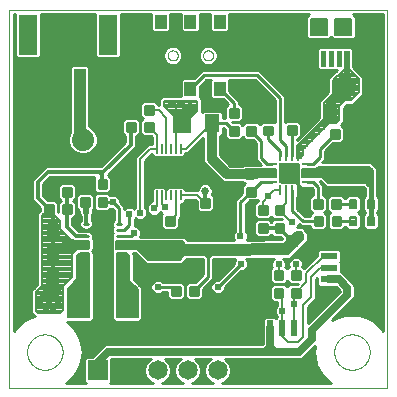
<source format=gtl>
G75*
%MOIN*%
%OFA0B0*%
%FSLAX25Y25*%
%IPPOS*%
%LPD*%
%AMOC8*
5,1,8,0,0,1.08239X$1,22.5*
%
%ADD10C,0.00000*%
%ADD11R,0.03937X0.18110*%
%ADD12R,0.06299X0.13386*%
%ADD13C,0.07400*%
%ADD14R,0.05315X0.02362*%
%ADD15R,0.07874X0.04724*%
%ADD16R,0.02362X0.05315*%
%ADD17R,0.04724X0.07874*%
%ADD18C,0.00875*%
%ADD19R,0.03346X0.01102*%
%ADD20R,0.01102X0.03346*%
%ADD21R,0.06693X0.06693*%
%ADD22R,0.05000X0.06000*%
%ADD23R,0.03937X0.04528*%
%ADD24C,0.00750*%
%ADD25C,0.01000*%
%ADD26R,0.06220X0.11220*%
%ADD27C,0.00945*%
%ADD28R,0.00787X0.03051*%
%ADD29R,0.05906X0.09843*%
%ADD30R,0.06500X0.06500*%
%ADD31C,0.06500*%
%ADD32C,0.00160*%
%ADD33C,0.00600*%
%ADD34C,0.04756*%
%ADD35C,0.05000*%
%ADD36R,0.00787X0.03346*%
%ADD37R,0.07677X0.07677*%
%ADD38R,0.03937X0.00984*%
%ADD39C,0.04000*%
%ADD40C,0.02400*%
%ADD41C,0.00800*%
%ADD42C,0.01200*%
%ADD43C,0.01800*%
%ADD44C,0.03200*%
%ADD45C,0.02500*%
%ADD46C,0.02000*%
%ADD47C,0.02578*%
D10*
X0002050Y0007300D02*
X0002050Y0133284D01*
X0128034Y0133284D01*
X0128034Y0007300D01*
X0002050Y0007300D01*
X0007955Y0019111D02*
X0007957Y0019264D01*
X0007963Y0019418D01*
X0007973Y0019571D01*
X0007987Y0019723D01*
X0008005Y0019876D01*
X0008027Y0020027D01*
X0008052Y0020178D01*
X0008082Y0020329D01*
X0008116Y0020479D01*
X0008153Y0020627D01*
X0008194Y0020775D01*
X0008239Y0020921D01*
X0008288Y0021067D01*
X0008341Y0021211D01*
X0008397Y0021353D01*
X0008457Y0021494D01*
X0008521Y0021634D01*
X0008588Y0021772D01*
X0008659Y0021908D01*
X0008734Y0022042D01*
X0008811Y0022174D01*
X0008893Y0022304D01*
X0008977Y0022432D01*
X0009065Y0022558D01*
X0009156Y0022681D01*
X0009250Y0022802D01*
X0009348Y0022920D01*
X0009448Y0023036D01*
X0009552Y0023149D01*
X0009658Y0023260D01*
X0009767Y0023368D01*
X0009879Y0023473D01*
X0009993Y0023574D01*
X0010111Y0023673D01*
X0010230Y0023769D01*
X0010352Y0023862D01*
X0010477Y0023951D01*
X0010604Y0024038D01*
X0010733Y0024120D01*
X0010864Y0024200D01*
X0010997Y0024276D01*
X0011132Y0024349D01*
X0011269Y0024418D01*
X0011408Y0024483D01*
X0011548Y0024545D01*
X0011690Y0024603D01*
X0011833Y0024658D01*
X0011978Y0024709D01*
X0012124Y0024756D01*
X0012271Y0024799D01*
X0012419Y0024838D01*
X0012568Y0024874D01*
X0012718Y0024905D01*
X0012869Y0024933D01*
X0013020Y0024957D01*
X0013173Y0024977D01*
X0013325Y0024993D01*
X0013478Y0025005D01*
X0013631Y0025013D01*
X0013784Y0025017D01*
X0013938Y0025017D01*
X0014091Y0025013D01*
X0014244Y0025005D01*
X0014397Y0024993D01*
X0014549Y0024977D01*
X0014702Y0024957D01*
X0014853Y0024933D01*
X0015004Y0024905D01*
X0015154Y0024874D01*
X0015303Y0024838D01*
X0015451Y0024799D01*
X0015598Y0024756D01*
X0015744Y0024709D01*
X0015889Y0024658D01*
X0016032Y0024603D01*
X0016174Y0024545D01*
X0016314Y0024483D01*
X0016453Y0024418D01*
X0016590Y0024349D01*
X0016725Y0024276D01*
X0016858Y0024200D01*
X0016989Y0024120D01*
X0017118Y0024038D01*
X0017245Y0023951D01*
X0017370Y0023862D01*
X0017492Y0023769D01*
X0017611Y0023673D01*
X0017729Y0023574D01*
X0017843Y0023473D01*
X0017955Y0023368D01*
X0018064Y0023260D01*
X0018170Y0023149D01*
X0018274Y0023036D01*
X0018374Y0022920D01*
X0018472Y0022802D01*
X0018566Y0022681D01*
X0018657Y0022558D01*
X0018745Y0022432D01*
X0018829Y0022304D01*
X0018911Y0022174D01*
X0018988Y0022042D01*
X0019063Y0021908D01*
X0019134Y0021772D01*
X0019201Y0021634D01*
X0019265Y0021494D01*
X0019325Y0021353D01*
X0019381Y0021211D01*
X0019434Y0021067D01*
X0019483Y0020921D01*
X0019528Y0020775D01*
X0019569Y0020627D01*
X0019606Y0020479D01*
X0019640Y0020329D01*
X0019670Y0020178D01*
X0019695Y0020027D01*
X0019717Y0019876D01*
X0019735Y0019723D01*
X0019749Y0019571D01*
X0019759Y0019418D01*
X0019765Y0019264D01*
X0019767Y0019111D01*
X0019765Y0018958D01*
X0019759Y0018804D01*
X0019749Y0018651D01*
X0019735Y0018499D01*
X0019717Y0018346D01*
X0019695Y0018195D01*
X0019670Y0018044D01*
X0019640Y0017893D01*
X0019606Y0017743D01*
X0019569Y0017595D01*
X0019528Y0017447D01*
X0019483Y0017301D01*
X0019434Y0017155D01*
X0019381Y0017011D01*
X0019325Y0016869D01*
X0019265Y0016728D01*
X0019201Y0016588D01*
X0019134Y0016450D01*
X0019063Y0016314D01*
X0018988Y0016180D01*
X0018911Y0016048D01*
X0018829Y0015918D01*
X0018745Y0015790D01*
X0018657Y0015664D01*
X0018566Y0015541D01*
X0018472Y0015420D01*
X0018374Y0015302D01*
X0018274Y0015186D01*
X0018170Y0015073D01*
X0018064Y0014962D01*
X0017955Y0014854D01*
X0017843Y0014749D01*
X0017729Y0014648D01*
X0017611Y0014549D01*
X0017492Y0014453D01*
X0017370Y0014360D01*
X0017245Y0014271D01*
X0017118Y0014184D01*
X0016989Y0014102D01*
X0016858Y0014022D01*
X0016725Y0013946D01*
X0016590Y0013873D01*
X0016453Y0013804D01*
X0016314Y0013739D01*
X0016174Y0013677D01*
X0016032Y0013619D01*
X0015889Y0013564D01*
X0015744Y0013513D01*
X0015598Y0013466D01*
X0015451Y0013423D01*
X0015303Y0013384D01*
X0015154Y0013348D01*
X0015004Y0013317D01*
X0014853Y0013289D01*
X0014702Y0013265D01*
X0014549Y0013245D01*
X0014397Y0013229D01*
X0014244Y0013217D01*
X0014091Y0013209D01*
X0013938Y0013205D01*
X0013784Y0013205D01*
X0013631Y0013209D01*
X0013478Y0013217D01*
X0013325Y0013229D01*
X0013173Y0013245D01*
X0013020Y0013265D01*
X0012869Y0013289D01*
X0012718Y0013317D01*
X0012568Y0013348D01*
X0012419Y0013384D01*
X0012271Y0013423D01*
X0012124Y0013466D01*
X0011978Y0013513D01*
X0011833Y0013564D01*
X0011690Y0013619D01*
X0011548Y0013677D01*
X0011408Y0013739D01*
X0011269Y0013804D01*
X0011132Y0013873D01*
X0010997Y0013946D01*
X0010864Y0014022D01*
X0010733Y0014102D01*
X0010604Y0014184D01*
X0010477Y0014271D01*
X0010352Y0014360D01*
X0010230Y0014453D01*
X0010111Y0014549D01*
X0009993Y0014648D01*
X0009879Y0014749D01*
X0009767Y0014854D01*
X0009658Y0014962D01*
X0009552Y0015073D01*
X0009448Y0015186D01*
X0009348Y0015302D01*
X0009250Y0015420D01*
X0009156Y0015541D01*
X0009065Y0015664D01*
X0008977Y0015790D01*
X0008893Y0015918D01*
X0008811Y0016048D01*
X0008734Y0016180D01*
X0008659Y0016314D01*
X0008588Y0016450D01*
X0008521Y0016588D01*
X0008457Y0016728D01*
X0008397Y0016869D01*
X0008341Y0017011D01*
X0008288Y0017155D01*
X0008239Y0017301D01*
X0008194Y0017447D01*
X0008153Y0017595D01*
X0008116Y0017743D01*
X0008082Y0017893D01*
X0008052Y0018044D01*
X0008027Y0018195D01*
X0008005Y0018346D01*
X0007987Y0018499D01*
X0007973Y0018651D01*
X0007963Y0018804D01*
X0007957Y0018958D01*
X0007955Y0019111D01*
X0054771Y0118000D02*
X0054773Y0118081D01*
X0054779Y0118163D01*
X0054789Y0118244D01*
X0054803Y0118324D01*
X0054820Y0118403D01*
X0054842Y0118482D01*
X0054867Y0118559D01*
X0054896Y0118636D01*
X0054929Y0118710D01*
X0054966Y0118783D01*
X0055005Y0118854D01*
X0055049Y0118923D01*
X0055095Y0118990D01*
X0055145Y0119054D01*
X0055198Y0119116D01*
X0055254Y0119176D01*
X0055312Y0119232D01*
X0055374Y0119286D01*
X0055438Y0119337D01*
X0055504Y0119384D01*
X0055572Y0119428D01*
X0055643Y0119469D01*
X0055715Y0119506D01*
X0055790Y0119540D01*
X0055865Y0119570D01*
X0055943Y0119596D01*
X0056021Y0119619D01*
X0056100Y0119637D01*
X0056180Y0119652D01*
X0056261Y0119663D01*
X0056342Y0119670D01*
X0056424Y0119673D01*
X0056505Y0119672D01*
X0056586Y0119667D01*
X0056667Y0119658D01*
X0056748Y0119645D01*
X0056828Y0119628D01*
X0056906Y0119608D01*
X0056984Y0119583D01*
X0057061Y0119555D01*
X0057136Y0119523D01*
X0057209Y0119488D01*
X0057280Y0119449D01*
X0057350Y0119406D01*
X0057417Y0119361D01*
X0057483Y0119312D01*
X0057545Y0119260D01*
X0057605Y0119204D01*
X0057662Y0119146D01*
X0057717Y0119086D01*
X0057768Y0119022D01*
X0057816Y0118957D01*
X0057861Y0118889D01*
X0057903Y0118819D01*
X0057941Y0118747D01*
X0057976Y0118673D01*
X0058007Y0118598D01*
X0058034Y0118521D01*
X0058057Y0118443D01*
X0058077Y0118364D01*
X0058093Y0118284D01*
X0058105Y0118203D01*
X0058113Y0118122D01*
X0058117Y0118041D01*
X0058117Y0117959D01*
X0058113Y0117878D01*
X0058105Y0117797D01*
X0058093Y0117716D01*
X0058077Y0117636D01*
X0058057Y0117557D01*
X0058034Y0117479D01*
X0058007Y0117402D01*
X0057976Y0117327D01*
X0057941Y0117253D01*
X0057903Y0117181D01*
X0057861Y0117111D01*
X0057816Y0117043D01*
X0057768Y0116978D01*
X0057717Y0116914D01*
X0057662Y0116854D01*
X0057605Y0116796D01*
X0057545Y0116740D01*
X0057483Y0116688D01*
X0057417Y0116639D01*
X0057350Y0116594D01*
X0057281Y0116551D01*
X0057209Y0116512D01*
X0057136Y0116477D01*
X0057061Y0116445D01*
X0056984Y0116417D01*
X0056906Y0116392D01*
X0056828Y0116372D01*
X0056748Y0116355D01*
X0056667Y0116342D01*
X0056586Y0116333D01*
X0056505Y0116328D01*
X0056424Y0116327D01*
X0056342Y0116330D01*
X0056261Y0116337D01*
X0056180Y0116348D01*
X0056100Y0116363D01*
X0056021Y0116381D01*
X0055943Y0116404D01*
X0055865Y0116430D01*
X0055790Y0116460D01*
X0055715Y0116494D01*
X0055643Y0116531D01*
X0055572Y0116572D01*
X0055504Y0116616D01*
X0055438Y0116663D01*
X0055374Y0116714D01*
X0055312Y0116768D01*
X0055254Y0116824D01*
X0055198Y0116884D01*
X0055145Y0116946D01*
X0055095Y0117010D01*
X0055049Y0117077D01*
X0055005Y0117146D01*
X0054966Y0117217D01*
X0054929Y0117290D01*
X0054896Y0117364D01*
X0054867Y0117441D01*
X0054842Y0117518D01*
X0054820Y0117597D01*
X0054803Y0117676D01*
X0054789Y0117756D01*
X0054779Y0117837D01*
X0054773Y0117919D01*
X0054771Y0118000D01*
X0066583Y0118000D02*
X0066585Y0118081D01*
X0066591Y0118163D01*
X0066601Y0118244D01*
X0066615Y0118324D01*
X0066632Y0118403D01*
X0066654Y0118482D01*
X0066679Y0118559D01*
X0066708Y0118636D01*
X0066741Y0118710D01*
X0066778Y0118783D01*
X0066817Y0118854D01*
X0066861Y0118923D01*
X0066907Y0118990D01*
X0066957Y0119054D01*
X0067010Y0119116D01*
X0067066Y0119176D01*
X0067124Y0119232D01*
X0067186Y0119286D01*
X0067250Y0119337D01*
X0067316Y0119384D01*
X0067384Y0119428D01*
X0067455Y0119469D01*
X0067527Y0119506D01*
X0067602Y0119540D01*
X0067677Y0119570D01*
X0067755Y0119596D01*
X0067833Y0119619D01*
X0067912Y0119637D01*
X0067992Y0119652D01*
X0068073Y0119663D01*
X0068154Y0119670D01*
X0068236Y0119673D01*
X0068317Y0119672D01*
X0068398Y0119667D01*
X0068479Y0119658D01*
X0068560Y0119645D01*
X0068640Y0119628D01*
X0068718Y0119608D01*
X0068796Y0119583D01*
X0068873Y0119555D01*
X0068948Y0119523D01*
X0069021Y0119488D01*
X0069092Y0119449D01*
X0069162Y0119406D01*
X0069229Y0119361D01*
X0069295Y0119312D01*
X0069357Y0119260D01*
X0069417Y0119204D01*
X0069474Y0119146D01*
X0069529Y0119086D01*
X0069580Y0119022D01*
X0069628Y0118957D01*
X0069673Y0118889D01*
X0069715Y0118819D01*
X0069753Y0118747D01*
X0069788Y0118673D01*
X0069819Y0118598D01*
X0069846Y0118521D01*
X0069869Y0118443D01*
X0069889Y0118364D01*
X0069905Y0118284D01*
X0069917Y0118203D01*
X0069925Y0118122D01*
X0069929Y0118041D01*
X0069929Y0117959D01*
X0069925Y0117878D01*
X0069917Y0117797D01*
X0069905Y0117716D01*
X0069889Y0117636D01*
X0069869Y0117557D01*
X0069846Y0117479D01*
X0069819Y0117402D01*
X0069788Y0117327D01*
X0069753Y0117253D01*
X0069715Y0117181D01*
X0069673Y0117111D01*
X0069628Y0117043D01*
X0069580Y0116978D01*
X0069529Y0116914D01*
X0069474Y0116854D01*
X0069417Y0116796D01*
X0069357Y0116740D01*
X0069295Y0116688D01*
X0069229Y0116639D01*
X0069162Y0116594D01*
X0069093Y0116551D01*
X0069021Y0116512D01*
X0068948Y0116477D01*
X0068873Y0116445D01*
X0068796Y0116417D01*
X0068718Y0116392D01*
X0068640Y0116372D01*
X0068560Y0116355D01*
X0068479Y0116342D01*
X0068398Y0116333D01*
X0068317Y0116328D01*
X0068236Y0116327D01*
X0068154Y0116330D01*
X0068073Y0116337D01*
X0067992Y0116348D01*
X0067912Y0116363D01*
X0067833Y0116381D01*
X0067755Y0116404D01*
X0067677Y0116430D01*
X0067602Y0116460D01*
X0067527Y0116494D01*
X0067455Y0116531D01*
X0067384Y0116572D01*
X0067316Y0116616D01*
X0067250Y0116663D01*
X0067186Y0116714D01*
X0067124Y0116768D01*
X0067066Y0116824D01*
X0067010Y0116884D01*
X0066957Y0116946D01*
X0066907Y0117010D01*
X0066861Y0117077D01*
X0066817Y0117146D01*
X0066778Y0117217D01*
X0066741Y0117290D01*
X0066708Y0117364D01*
X0066679Y0117441D01*
X0066654Y0117518D01*
X0066632Y0117597D01*
X0066615Y0117676D01*
X0066601Y0117756D01*
X0066591Y0117837D01*
X0066585Y0117919D01*
X0066583Y0118000D01*
X0110317Y0019111D02*
X0110319Y0019264D01*
X0110325Y0019418D01*
X0110335Y0019571D01*
X0110349Y0019723D01*
X0110367Y0019876D01*
X0110389Y0020027D01*
X0110414Y0020178D01*
X0110444Y0020329D01*
X0110478Y0020479D01*
X0110515Y0020627D01*
X0110556Y0020775D01*
X0110601Y0020921D01*
X0110650Y0021067D01*
X0110703Y0021211D01*
X0110759Y0021353D01*
X0110819Y0021494D01*
X0110883Y0021634D01*
X0110950Y0021772D01*
X0111021Y0021908D01*
X0111096Y0022042D01*
X0111173Y0022174D01*
X0111255Y0022304D01*
X0111339Y0022432D01*
X0111427Y0022558D01*
X0111518Y0022681D01*
X0111612Y0022802D01*
X0111710Y0022920D01*
X0111810Y0023036D01*
X0111914Y0023149D01*
X0112020Y0023260D01*
X0112129Y0023368D01*
X0112241Y0023473D01*
X0112355Y0023574D01*
X0112473Y0023673D01*
X0112592Y0023769D01*
X0112714Y0023862D01*
X0112839Y0023951D01*
X0112966Y0024038D01*
X0113095Y0024120D01*
X0113226Y0024200D01*
X0113359Y0024276D01*
X0113494Y0024349D01*
X0113631Y0024418D01*
X0113770Y0024483D01*
X0113910Y0024545D01*
X0114052Y0024603D01*
X0114195Y0024658D01*
X0114340Y0024709D01*
X0114486Y0024756D01*
X0114633Y0024799D01*
X0114781Y0024838D01*
X0114930Y0024874D01*
X0115080Y0024905D01*
X0115231Y0024933D01*
X0115382Y0024957D01*
X0115535Y0024977D01*
X0115687Y0024993D01*
X0115840Y0025005D01*
X0115993Y0025013D01*
X0116146Y0025017D01*
X0116300Y0025017D01*
X0116453Y0025013D01*
X0116606Y0025005D01*
X0116759Y0024993D01*
X0116911Y0024977D01*
X0117064Y0024957D01*
X0117215Y0024933D01*
X0117366Y0024905D01*
X0117516Y0024874D01*
X0117665Y0024838D01*
X0117813Y0024799D01*
X0117960Y0024756D01*
X0118106Y0024709D01*
X0118251Y0024658D01*
X0118394Y0024603D01*
X0118536Y0024545D01*
X0118676Y0024483D01*
X0118815Y0024418D01*
X0118952Y0024349D01*
X0119087Y0024276D01*
X0119220Y0024200D01*
X0119351Y0024120D01*
X0119480Y0024038D01*
X0119607Y0023951D01*
X0119732Y0023862D01*
X0119854Y0023769D01*
X0119973Y0023673D01*
X0120091Y0023574D01*
X0120205Y0023473D01*
X0120317Y0023368D01*
X0120426Y0023260D01*
X0120532Y0023149D01*
X0120636Y0023036D01*
X0120736Y0022920D01*
X0120834Y0022802D01*
X0120928Y0022681D01*
X0121019Y0022558D01*
X0121107Y0022432D01*
X0121191Y0022304D01*
X0121273Y0022174D01*
X0121350Y0022042D01*
X0121425Y0021908D01*
X0121496Y0021772D01*
X0121563Y0021634D01*
X0121627Y0021494D01*
X0121687Y0021353D01*
X0121743Y0021211D01*
X0121796Y0021067D01*
X0121845Y0020921D01*
X0121890Y0020775D01*
X0121931Y0020627D01*
X0121968Y0020479D01*
X0122002Y0020329D01*
X0122032Y0020178D01*
X0122057Y0020027D01*
X0122079Y0019876D01*
X0122097Y0019723D01*
X0122111Y0019571D01*
X0122121Y0019418D01*
X0122127Y0019264D01*
X0122129Y0019111D01*
X0122127Y0018958D01*
X0122121Y0018804D01*
X0122111Y0018651D01*
X0122097Y0018499D01*
X0122079Y0018346D01*
X0122057Y0018195D01*
X0122032Y0018044D01*
X0122002Y0017893D01*
X0121968Y0017743D01*
X0121931Y0017595D01*
X0121890Y0017447D01*
X0121845Y0017301D01*
X0121796Y0017155D01*
X0121743Y0017011D01*
X0121687Y0016869D01*
X0121627Y0016728D01*
X0121563Y0016588D01*
X0121496Y0016450D01*
X0121425Y0016314D01*
X0121350Y0016180D01*
X0121273Y0016048D01*
X0121191Y0015918D01*
X0121107Y0015790D01*
X0121019Y0015664D01*
X0120928Y0015541D01*
X0120834Y0015420D01*
X0120736Y0015302D01*
X0120636Y0015186D01*
X0120532Y0015073D01*
X0120426Y0014962D01*
X0120317Y0014854D01*
X0120205Y0014749D01*
X0120091Y0014648D01*
X0119973Y0014549D01*
X0119854Y0014453D01*
X0119732Y0014360D01*
X0119607Y0014271D01*
X0119480Y0014184D01*
X0119351Y0014102D01*
X0119220Y0014022D01*
X0119087Y0013946D01*
X0118952Y0013873D01*
X0118815Y0013804D01*
X0118676Y0013739D01*
X0118536Y0013677D01*
X0118394Y0013619D01*
X0118251Y0013564D01*
X0118106Y0013513D01*
X0117960Y0013466D01*
X0117813Y0013423D01*
X0117665Y0013384D01*
X0117516Y0013348D01*
X0117366Y0013317D01*
X0117215Y0013289D01*
X0117064Y0013265D01*
X0116911Y0013245D01*
X0116759Y0013229D01*
X0116606Y0013217D01*
X0116453Y0013209D01*
X0116300Y0013205D01*
X0116146Y0013205D01*
X0115993Y0013209D01*
X0115840Y0013217D01*
X0115687Y0013229D01*
X0115535Y0013245D01*
X0115382Y0013265D01*
X0115231Y0013289D01*
X0115080Y0013317D01*
X0114930Y0013348D01*
X0114781Y0013384D01*
X0114633Y0013423D01*
X0114486Y0013466D01*
X0114340Y0013513D01*
X0114195Y0013564D01*
X0114052Y0013619D01*
X0113910Y0013677D01*
X0113770Y0013739D01*
X0113631Y0013804D01*
X0113494Y0013873D01*
X0113359Y0013946D01*
X0113226Y0014022D01*
X0113095Y0014102D01*
X0112966Y0014184D01*
X0112839Y0014271D01*
X0112714Y0014360D01*
X0112592Y0014453D01*
X0112473Y0014549D01*
X0112355Y0014648D01*
X0112241Y0014749D01*
X0112129Y0014854D01*
X0112020Y0014962D01*
X0111914Y0015073D01*
X0111810Y0015186D01*
X0111710Y0015302D01*
X0111612Y0015420D01*
X0111518Y0015541D01*
X0111427Y0015664D01*
X0111339Y0015790D01*
X0111255Y0015918D01*
X0111173Y0016048D01*
X0111096Y0016180D01*
X0111021Y0016314D01*
X0110950Y0016450D01*
X0110883Y0016588D01*
X0110819Y0016728D01*
X0110759Y0016869D01*
X0110703Y0017011D01*
X0110650Y0017155D01*
X0110601Y0017301D01*
X0110556Y0017447D01*
X0110515Y0017595D01*
X0110478Y0017743D01*
X0110444Y0017893D01*
X0110414Y0018044D01*
X0110389Y0018195D01*
X0110367Y0018346D01*
X0110349Y0018499D01*
X0110335Y0018651D01*
X0110325Y0018804D01*
X0110319Y0018958D01*
X0110317Y0019111D01*
D11*
X0025487Y0104422D03*
X0017613Y0104422D03*
D12*
X0008164Y0124894D03*
X0034936Y0124894D03*
D13*
X0026550Y0089926D03*
X0016550Y0089926D03*
X0104050Y0107426D03*
X0114050Y0107426D03*
D14*
X0108550Y0051206D03*
X0108550Y0047269D03*
X0108550Y0043331D03*
X0108550Y0039394D03*
D15*
X0123019Y0034276D03*
X0123019Y0056324D03*
D16*
X0096856Y0027000D03*
X0092919Y0027000D03*
X0088981Y0027000D03*
X0085044Y0027000D03*
D17*
X0079926Y0012531D03*
X0101974Y0012531D03*
D18*
X0098763Y0037587D02*
X0098763Y0040213D01*
X0098763Y0037587D02*
X0096137Y0037587D01*
X0096137Y0040213D01*
X0098763Y0040213D01*
X0098763Y0038461D02*
X0096137Y0038461D01*
X0096137Y0039335D02*
X0098763Y0039335D01*
X0098763Y0040209D02*
X0096137Y0040209D01*
X0098763Y0043587D02*
X0098763Y0046213D01*
X0098763Y0043587D02*
X0096137Y0043587D01*
X0096137Y0046213D01*
X0098763Y0046213D01*
X0098763Y0044461D02*
X0096137Y0044461D01*
X0096137Y0045335D02*
X0098763Y0045335D01*
X0098763Y0046209D02*
X0096137Y0046209D01*
X0093063Y0046213D02*
X0093063Y0043587D01*
X0090437Y0043587D01*
X0090437Y0046213D01*
X0093063Y0046213D01*
X0093063Y0044461D02*
X0090437Y0044461D01*
X0090437Y0045335D02*
X0093063Y0045335D01*
X0093063Y0046209D02*
X0090437Y0046209D01*
X0093063Y0040213D02*
X0093063Y0037587D01*
X0090437Y0037587D01*
X0090437Y0040213D01*
X0093063Y0040213D01*
X0093063Y0038461D02*
X0090437Y0038461D01*
X0090437Y0039335D02*
X0093063Y0039335D01*
X0093063Y0040209D02*
X0090437Y0040209D01*
X0090741Y0059098D02*
X0090741Y0061724D01*
X0093367Y0061724D01*
X0093367Y0059098D01*
X0090741Y0059098D01*
X0090741Y0059972D02*
X0093367Y0059972D01*
X0093367Y0060846D02*
X0090741Y0060846D01*
X0090741Y0061720D02*
X0093367Y0061720D01*
X0090741Y0065098D02*
X0090741Y0067724D01*
X0093367Y0067724D01*
X0093367Y0065098D01*
X0090741Y0065098D01*
X0090741Y0065972D02*
X0093367Y0065972D01*
X0093367Y0066846D02*
X0090741Y0066846D01*
X0090741Y0067720D02*
X0093367Y0067720D01*
X0085130Y0067724D02*
X0085130Y0065098D01*
X0085130Y0067724D02*
X0087756Y0067724D01*
X0087756Y0065098D01*
X0085130Y0065098D01*
X0085130Y0065972D02*
X0087756Y0065972D01*
X0087756Y0066846D02*
X0085130Y0066846D01*
X0085130Y0067720D02*
X0087756Y0067720D01*
X0083963Y0071287D02*
X0081337Y0071287D01*
X0081337Y0073913D01*
X0083963Y0073913D01*
X0083963Y0071287D01*
X0083963Y0072161D02*
X0081337Y0072161D01*
X0081337Y0073035D02*
X0083963Y0073035D01*
X0083963Y0073909D02*
X0081337Y0073909D01*
X0080737Y0077187D02*
X0080737Y0079813D01*
X0083363Y0079813D01*
X0083363Y0077187D01*
X0080737Y0077187D01*
X0080737Y0078061D02*
X0083363Y0078061D01*
X0083363Y0078935D02*
X0080737Y0078935D01*
X0080737Y0079809D02*
X0083363Y0079809D01*
X0080737Y0083187D02*
X0080737Y0085813D01*
X0083363Y0085813D01*
X0083363Y0083187D01*
X0080737Y0083187D01*
X0080737Y0084061D02*
X0083363Y0084061D01*
X0083363Y0084935D02*
X0080737Y0084935D01*
X0080737Y0085809D02*
X0083363Y0085809D01*
X0081237Y0091587D02*
X0081237Y0094213D01*
X0083863Y0094213D01*
X0083863Y0091587D01*
X0081237Y0091587D01*
X0081237Y0092461D02*
X0083863Y0092461D01*
X0083863Y0093335D02*
X0081237Y0093335D01*
X0081237Y0094209D02*
X0083863Y0094209D01*
X0081237Y0097587D02*
X0081237Y0100213D01*
X0083863Y0100213D01*
X0083863Y0097587D01*
X0081237Y0097587D01*
X0081237Y0098461D02*
X0083863Y0098461D01*
X0083863Y0099335D02*
X0081237Y0099335D01*
X0081237Y0100209D02*
X0083863Y0100209D01*
X0087037Y0100313D02*
X0087037Y0097687D01*
X0087037Y0100313D02*
X0089663Y0100313D01*
X0089663Y0097687D01*
X0087037Y0097687D01*
X0087037Y0098561D02*
X0089663Y0098561D01*
X0089663Y0099435D02*
X0087037Y0099435D01*
X0087037Y0100309D02*
X0089663Y0100309D01*
X0094837Y0100513D02*
X0094837Y0097887D01*
X0094837Y0100513D02*
X0097463Y0100513D01*
X0097463Y0097887D01*
X0094837Y0097887D01*
X0094837Y0098761D02*
X0097463Y0098761D01*
X0097463Y0099635D02*
X0094837Y0099635D01*
X0094837Y0100509D02*
X0097463Y0100509D01*
X0094837Y0094513D02*
X0094837Y0091887D01*
X0094837Y0094513D02*
X0097463Y0094513D01*
X0097463Y0091887D01*
X0094837Y0091887D01*
X0094837Y0092761D02*
X0097463Y0092761D01*
X0097463Y0093635D02*
X0094837Y0093635D01*
X0094837Y0094509D02*
X0097463Y0094509D01*
X0087037Y0094313D02*
X0087037Y0091687D01*
X0087037Y0094313D02*
X0089663Y0094313D01*
X0089663Y0091687D01*
X0087037Y0091687D01*
X0087037Y0092561D02*
X0089663Y0092561D01*
X0089663Y0093435D02*
X0087037Y0093435D01*
X0087037Y0094309D02*
X0089663Y0094309D01*
X0075637Y0094013D02*
X0075637Y0091387D01*
X0075637Y0094013D02*
X0078263Y0094013D01*
X0078263Y0091387D01*
X0075637Y0091387D01*
X0075637Y0092261D02*
X0078263Y0092261D01*
X0078263Y0093135D02*
X0075637Y0093135D01*
X0075637Y0094009D02*
X0078263Y0094009D01*
X0075637Y0097387D02*
X0075637Y0100013D01*
X0078263Y0100013D01*
X0078263Y0097387D01*
X0075637Y0097387D01*
X0075637Y0098261D02*
X0078263Y0098261D01*
X0078263Y0099135D02*
X0075637Y0099135D01*
X0075637Y0100009D02*
X0078263Y0100009D01*
X0077963Y0071287D02*
X0075337Y0071287D01*
X0075337Y0073913D01*
X0077963Y0073913D01*
X0077963Y0071287D01*
X0077963Y0072161D02*
X0075337Y0072161D01*
X0075337Y0073035D02*
X0077963Y0073035D01*
X0077963Y0073909D02*
X0075337Y0073909D01*
X0068663Y0070113D02*
X0068663Y0067487D01*
X0066037Y0067487D01*
X0066037Y0070113D01*
X0068663Y0070113D01*
X0068663Y0068361D02*
X0066037Y0068361D01*
X0066037Y0069235D02*
X0068663Y0069235D01*
X0068663Y0070109D02*
X0066037Y0070109D01*
X0068663Y0064113D02*
X0068663Y0061487D01*
X0066037Y0061487D01*
X0066037Y0064113D01*
X0068663Y0064113D01*
X0068663Y0062361D02*
X0066037Y0062361D01*
X0066037Y0063235D02*
X0068663Y0063235D01*
X0068663Y0064109D02*
X0066037Y0064109D01*
X0062863Y0064113D02*
X0060237Y0064113D01*
X0062863Y0064113D02*
X0062863Y0061487D01*
X0060237Y0061487D01*
X0060237Y0064113D01*
X0060237Y0062361D02*
X0062863Y0062361D01*
X0062863Y0063235D02*
X0060237Y0063235D01*
X0060237Y0064109D02*
X0062863Y0064109D01*
X0056863Y0064113D02*
X0054237Y0064113D01*
X0056863Y0064113D02*
X0056863Y0061487D01*
X0054237Y0061487D01*
X0054237Y0064113D01*
X0054237Y0062361D02*
X0056863Y0062361D01*
X0056863Y0063235D02*
X0054237Y0063235D01*
X0054237Y0064109D02*
X0056863Y0064109D01*
X0034363Y0067887D02*
X0034363Y0070513D01*
X0034363Y0067887D02*
X0031737Y0067887D01*
X0031737Y0070513D01*
X0034363Y0070513D01*
X0034363Y0068761D02*
X0031737Y0068761D01*
X0031737Y0069635D02*
X0034363Y0069635D01*
X0034363Y0070509D02*
X0031737Y0070509D01*
X0034363Y0073887D02*
X0034363Y0076513D01*
X0034363Y0073887D02*
X0031737Y0073887D01*
X0031737Y0076513D01*
X0034363Y0076513D01*
X0034363Y0074761D02*
X0031737Y0074761D01*
X0031737Y0075635D02*
X0034363Y0075635D01*
X0034363Y0076509D02*
X0031737Y0076509D01*
X0025837Y0076513D02*
X0025837Y0073887D01*
X0025837Y0076513D02*
X0028463Y0076513D01*
X0028463Y0073887D01*
X0025837Y0073887D01*
X0025837Y0074761D02*
X0028463Y0074761D01*
X0028463Y0075635D02*
X0025837Y0075635D01*
X0025837Y0076509D02*
X0028463Y0076509D01*
X0025837Y0070513D02*
X0025837Y0067887D01*
X0025837Y0070513D02*
X0028463Y0070513D01*
X0028463Y0067887D01*
X0025837Y0067887D01*
X0025837Y0068761D02*
X0028463Y0068761D01*
X0028463Y0069635D02*
X0025837Y0069635D01*
X0025837Y0070509D02*
X0028463Y0070509D01*
X0022563Y0071087D02*
X0019937Y0071087D01*
X0019937Y0073713D01*
X0022563Y0073713D01*
X0022563Y0071087D01*
X0022563Y0071961D02*
X0019937Y0071961D01*
X0019937Y0072835D02*
X0022563Y0072835D01*
X0022563Y0073709D02*
X0019937Y0073709D01*
X0016563Y0071087D02*
X0013937Y0071087D01*
X0013937Y0073713D01*
X0016563Y0073713D01*
X0016563Y0071087D01*
X0016563Y0071961D02*
X0013937Y0071961D01*
X0013937Y0072835D02*
X0016563Y0072835D01*
X0016563Y0073709D02*
X0013937Y0073709D01*
X0013937Y0068013D02*
X0016563Y0068013D01*
X0016563Y0065387D01*
X0013937Y0065387D01*
X0013937Y0068013D01*
X0013937Y0066261D02*
X0016563Y0066261D01*
X0016563Y0067135D02*
X0013937Y0067135D01*
X0013937Y0068009D02*
X0016563Y0068009D01*
X0019937Y0068013D02*
X0022563Y0068013D01*
X0022563Y0065387D01*
X0019937Y0065387D01*
X0019937Y0068013D01*
X0019937Y0066261D02*
X0022563Y0066261D01*
X0022563Y0067135D02*
X0019937Y0067135D01*
X0019937Y0068009D02*
X0022563Y0068009D01*
X0041137Y0095413D02*
X0043763Y0095413D01*
X0043763Y0092787D01*
X0041137Y0092787D01*
X0041137Y0095413D01*
X0041137Y0093661D02*
X0043763Y0093661D01*
X0043763Y0094535D02*
X0041137Y0094535D01*
X0041137Y0095409D02*
X0043763Y0095409D01*
X0043763Y0098587D02*
X0041137Y0098587D01*
X0041137Y0101213D01*
X0043763Y0101213D01*
X0043763Y0098587D01*
X0043763Y0099461D02*
X0041137Y0099461D01*
X0041137Y0100335D02*
X0043763Y0100335D01*
X0043763Y0101209D02*
X0041137Y0101209D01*
X0047137Y0098587D02*
X0049763Y0098587D01*
X0047137Y0098587D02*
X0047137Y0101213D01*
X0049763Y0101213D01*
X0049763Y0098587D01*
X0049763Y0099461D02*
X0047137Y0099461D01*
X0047137Y0100335D02*
X0049763Y0100335D01*
X0049763Y0101209D02*
X0047137Y0101209D01*
X0047137Y0095413D02*
X0049763Y0095413D01*
X0049763Y0092787D01*
X0047137Y0092787D01*
X0047137Y0095413D01*
X0047137Y0093661D02*
X0049763Y0093661D01*
X0049763Y0094535D02*
X0047137Y0094535D01*
X0047137Y0095409D02*
X0049763Y0095409D01*
X0085130Y0061724D02*
X0085130Y0059098D01*
X0085130Y0061724D02*
X0087756Y0061724D01*
X0087756Y0059098D01*
X0085130Y0059098D01*
X0085130Y0059972D02*
X0087756Y0059972D01*
X0087756Y0060846D02*
X0085130Y0060846D01*
X0085130Y0061720D02*
X0087756Y0061720D01*
X0103737Y0061487D02*
X0106363Y0061487D01*
X0103737Y0061487D02*
X0103737Y0064113D01*
X0106363Y0064113D01*
X0106363Y0061487D01*
X0106363Y0062361D02*
X0103737Y0062361D01*
X0103737Y0063235D02*
X0106363Y0063235D01*
X0106363Y0064109D02*
X0103737Y0064109D01*
X0103637Y0067287D02*
X0106263Y0067287D01*
X0103637Y0067287D02*
X0103637Y0069913D01*
X0106263Y0069913D01*
X0106263Y0067287D01*
X0106263Y0068161D02*
X0103637Y0068161D01*
X0103637Y0069035D02*
X0106263Y0069035D01*
X0106263Y0069909D02*
X0103637Y0069909D01*
X0109637Y0067287D02*
X0112263Y0067287D01*
X0109637Y0067287D02*
X0109637Y0069913D01*
X0112263Y0069913D01*
X0112263Y0067287D01*
X0112263Y0068161D02*
X0109637Y0068161D01*
X0109637Y0069035D02*
X0112263Y0069035D01*
X0112263Y0069909D02*
X0109637Y0069909D01*
X0109737Y0061487D02*
X0112363Y0061487D01*
X0109737Y0061487D02*
X0109737Y0064113D01*
X0112363Y0064113D01*
X0112363Y0061487D01*
X0112363Y0062361D02*
X0109737Y0062361D01*
X0109737Y0063235D02*
X0112363Y0063235D01*
X0112363Y0064109D02*
X0109737Y0064109D01*
X0109137Y0093113D02*
X0111763Y0093113D01*
X0111763Y0090487D01*
X0109137Y0090487D01*
X0109137Y0093113D01*
X0109137Y0091361D02*
X0111763Y0091361D01*
X0111763Y0092235D02*
X0109137Y0092235D01*
X0109137Y0093109D02*
X0111763Y0093109D01*
X0115137Y0093113D02*
X0117763Y0093113D01*
X0117763Y0090487D01*
X0115137Y0090487D01*
X0115137Y0093113D01*
X0115137Y0091361D02*
X0117763Y0091361D01*
X0117763Y0092235D02*
X0115137Y0092235D01*
X0115137Y0093109D02*
X0117763Y0093109D01*
X0064763Y0040813D02*
X0062137Y0040813D01*
X0064763Y0040813D02*
X0064763Y0038187D01*
X0062137Y0038187D01*
X0062137Y0040813D01*
X0062137Y0039061D02*
X0064763Y0039061D01*
X0064763Y0039935D02*
X0062137Y0039935D01*
X0062137Y0040809D02*
X0064763Y0040809D01*
X0058763Y0040813D02*
X0056137Y0040813D01*
X0058763Y0040813D02*
X0058763Y0038187D01*
X0056137Y0038187D01*
X0056137Y0040813D01*
X0056137Y0039061D02*
X0058763Y0039061D01*
X0058763Y0039935D02*
X0056137Y0039935D01*
X0056137Y0040809D02*
X0058763Y0040809D01*
D19*
X0089543Y0075847D03*
X0089543Y0077816D03*
X0089543Y0079784D03*
X0089543Y0081753D03*
X0101157Y0081753D03*
X0101157Y0079784D03*
X0101157Y0077816D03*
X0101157Y0075847D03*
D20*
X0098303Y0072993D03*
X0096334Y0072993D03*
X0094366Y0072993D03*
X0092397Y0072993D03*
X0092397Y0084607D03*
X0094366Y0084607D03*
X0096334Y0084607D03*
X0098303Y0084607D03*
D21*
X0095350Y0078800D03*
D22*
X0069450Y0095400D03*
X0059450Y0095400D03*
D23*
X0062350Y0106878D03*
X0072193Y0106878D03*
X0052507Y0106878D03*
X0052507Y0129122D03*
X0062350Y0129122D03*
X0072193Y0129122D03*
D24*
X0115425Y0069975D02*
X0117675Y0069975D01*
X0117675Y0067225D01*
X0115425Y0067225D01*
X0115425Y0069975D01*
X0115425Y0067974D02*
X0117675Y0067974D01*
X0117675Y0068723D02*
X0115425Y0068723D01*
X0115425Y0069472D02*
X0117675Y0069472D01*
X0121425Y0069975D02*
X0123675Y0069975D01*
X0123675Y0067225D01*
X0121425Y0067225D01*
X0121425Y0069975D01*
X0121425Y0067974D02*
X0123675Y0067974D01*
X0123675Y0068723D02*
X0121425Y0068723D01*
X0121425Y0069472D02*
X0123675Y0069472D01*
X0123675Y0064175D02*
X0121425Y0064175D01*
X0123675Y0064175D02*
X0123675Y0061425D01*
X0121425Y0061425D01*
X0121425Y0064175D01*
X0121425Y0062174D02*
X0123675Y0062174D01*
X0123675Y0062923D02*
X0121425Y0062923D01*
X0121425Y0063672D02*
X0123675Y0063672D01*
X0117675Y0064175D02*
X0115425Y0064175D01*
X0117675Y0064175D02*
X0117675Y0061425D01*
X0115425Y0061425D01*
X0115425Y0064175D01*
X0115425Y0062174D02*
X0117675Y0062174D01*
X0117675Y0062923D02*
X0115425Y0062923D01*
X0115425Y0063672D02*
X0117675Y0063672D01*
D25*
X0116550Y0062800D02*
X0111050Y0062800D01*
X0108100Y0063217D02*
X0108000Y0063217D01*
X0108000Y0064215D02*
X0108100Y0064215D01*
X0108100Y0064791D02*
X0108100Y0060809D01*
X0109059Y0059850D01*
X0113041Y0059850D01*
X0113907Y0060716D01*
X0114773Y0059850D01*
X0118327Y0059850D01*
X0119250Y0060773D01*
X0119250Y0064827D01*
X0118377Y0065700D01*
X0119250Y0066573D01*
X0119250Y0070627D01*
X0118327Y0071550D01*
X0114773Y0071550D01*
X0113857Y0070634D01*
X0112941Y0071550D01*
X0108959Y0071550D01*
X0108000Y0070591D01*
X0108000Y0066609D01*
X0108959Y0065650D01*
X0108959Y0065650D01*
X0108100Y0064791D01*
X0108000Y0064791D02*
X0107041Y0065750D01*
X0107041Y0065750D01*
X0107900Y0066609D01*
X0107900Y0070591D01*
X0106941Y0071550D01*
X0106650Y0071550D01*
X0106650Y0074804D01*
X0105654Y0075800D01*
X0105454Y0076000D01*
X0105729Y0076000D01*
X0106850Y0074879D01*
X0107729Y0074000D01*
X0120129Y0074000D01*
X0120150Y0073979D01*
X0120450Y0073679D01*
X0120450Y0071227D01*
X0119850Y0070627D01*
X0119850Y0066573D01*
X0120450Y0065973D01*
X0120450Y0065427D01*
X0119850Y0064827D01*
X0119850Y0060773D01*
X0120773Y0059850D01*
X0124327Y0059850D01*
X0125250Y0060773D01*
X0125250Y0064827D01*
X0124650Y0065427D01*
X0124650Y0065973D01*
X0125250Y0066573D01*
X0125250Y0070627D01*
X0124650Y0071227D01*
X0124650Y0080421D01*
X0123550Y0081521D01*
X0122671Y0082400D01*
X0106354Y0082400D01*
X0107250Y0083296D01*
X0107250Y0086196D01*
X0109904Y0088850D01*
X0112441Y0088850D01*
X0113400Y0089809D01*
X0113400Y0093791D01*
X0112452Y0094739D01*
X0113450Y0095737D01*
X0113450Y0100537D01*
X0113550Y0100637D01*
X0114513Y0101600D01*
X0116613Y0101600D01*
X0117550Y0102537D01*
X0117550Y0102537D01*
X0120050Y0105037D01*
X0120050Y0110863D01*
X0116650Y0114263D01*
X0116650Y0117911D01*
X0116450Y0118111D01*
X0116450Y0120100D01*
X0115700Y0120850D01*
X0113200Y0120850D01*
X0113150Y0120800D01*
X0113100Y0120850D01*
X0110600Y0120850D01*
X0110550Y0120800D01*
X0110500Y0120850D01*
X0108000Y0120850D01*
X0107950Y0120800D01*
X0107900Y0120850D01*
X0105400Y0120850D01*
X0104650Y0120100D01*
X0104650Y0113900D01*
X0105400Y0113150D01*
X0107900Y0113150D01*
X0107950Y0113200D01*
X0108000Y0113150D01*
X0110500Y0113150D01*
X0110550Y0113200D01*
X0110600Y0113150D01*
X0111137Y0113150D01*
X0108350Y0110363D01*
X0108350Y0105763D01*
X0105250Y0102663D01*
X0105250Y0097163D01*
X0098034Y0089947D01*
X0098034Y0090250D01*
X0098141Y0090250D01*
X0099100Y0091209D01*
X0099100Y0095191D01*
X0098141Y0096150D01*
X0094159Y0096150D01*
X0093850Y0095841D01*
X0093850Y0104604D01*
X0085354Y0113100D01*
X0066168Y0113100D01*
X0065172Y0112104D01*
X0063410Y0110342D01*
X0059884Y0110342D01*
X0059181Y0109639D01*
X0059181Y0104400D01*
X0052987Y0104400D01*
X0052050Y0103463D01*
X0052050Y0101500D01*
X0051400Y0101500D01*
X0051400Y0101891D01*
X0050441Y0102850D01*
X0046459Y0102850D01*
X0045500Y0101891D01*
X0045500Y0097909D01*
X0046409Y0097000D01*
X0045500Y0096091D01*
X0045500Y0092109D01*
X0046459Y0091150D01*
X0049137Y0091150D01*
X0049613Y0090674D01*
X0049613Y0088576D01*
X0048387Y0088576D01*
X0044987Y0085176D01*
X0044050Y0084238D01*
X0044050Y0067394D01*
X0043615Y0066959D01*
X0043606Y0066938D01*
X0043409Y0067135D01*
X0042527Y0067500D01*
X0041573Y0067500D01*
X0040691Y0067135D01*
X0040350Y0066794D01*
X0040350Y0067704D01*
X0038850Y0069204D01*
X0038850Y0069677D01*
X0038485Y0070559D01*
X0037809Y0071235D01*
X0036927Y0071600D01*
X0035973Y0071600D01*
X0035703Y0071488D01*
X0035041Y0072150D01*
X0031059Y0072150D01*
X0030100Y0071191D01*
X0029141Y0072150D01*
X0025159Y0072150D01*
X0024200Y0071191D01*
X0024200Y0067209D01*
X0025159Y0066250D01*
X0025226Y0066250D01*
X0025226Y0065623D01*
X0025592Y0064741D01*
X0025826Y0064506D01*
X0025826Y0062966D01*
X0025245Y0062385D01*
X0025245Y0060999D01*
X0026225Y0060020D01*
X0026753Y0060020D01*
X0026881Y0059892D01*
X0028372Y0059892D01*
X0028500Y0060020D01*
X0029028Y0060020D01*
X0030007Y0060999D01*
X0030007Y0062385D01*
X0029426Y0062966D01*
X0029426Y0064506D01*
X0029661Y0064741D01*
X0030026Y0065623D01*
X0030026Y0066577D01*
X0029863Y0066972D01*
X0030100Y0067209D01*
X0030100Y0071191D01*
X0030100Y0067209D01*
X0031059Y0066250D01*
X0035041Y0066250D01*
X0035703Y0066912D01*
X0035973Y0066800D01*
X0036446Y0066800D01*
X0036950Y0066296D01*
X0036950Y0063066D01*
X0036269Y0062385D01*
X0036269Y0060999D01*
X0036560Y0060708D01*
X0036269Y0060416D01*
X0036269Y0059031D01*
X0036560Y0058739D01*
X0036269Y0058448D01*
X0036269Y0057062D01*
X0036380Y0056951D01*
X0036150Y0056721D01*
X0036150Y0052879D01*
X0036329Y0052700D01*
X0036250Y0052621D01*
X0036250Y0030279D01*
X0037129Y0029400D01*
X0037229Y0029300D01*
X0045371Y0029300D01*
X0046250Y0030179D01*
X0046250Y0040721D01*
X0045371Y0041600D01*
X0043450Y0043521D01*
X0043450Y0051621D01*
X0043071Y0052000D01*
X0044029Y0052000D01*
X0047629Y0048400D01*
X0059471Y0048400D01*
X0060350Y0049279D01*
X0061105Y0050033D01*
X0064200Y0050058D01*
X0065235Y0050067D01*
X0066546Y0050077D01*
X0066546Y0045000D01*
X0063996Y0042450D01*
X0061459Y0042450D01*
X0060500Y0041491D01*
X0060500Y0037509D01*
X0061459Y0036550D01*
X0065441Y0036550D01*
X0066400Y0037509D01*
X0066400Y0040046D01*
X0069946Y0043592D01*
X0069946Y0050104D01*
X0071309Y0050115D01*
X0071309Y0050115D01*
X0077320Y0050164D01*
X0077115Y0049959D01*
X0076750Y0049077D01*
X0076750Y0048604D01*
X0071446Y0043300D01*
X0070973Y0043300D01*
X0070091Y0042935D01*
X0069415Y0042259D01*
X0069050Y0041377D01*
X0069050Y0040423D01*
X0069415Y0039541D01*
X0070091Y0038865D01*
X0070973Y0038500D01*
X0071927Y0038500D01*
X0072809Y0038865D01*
X0073485Y0039541D01*
X0073850Y0040423D01*
X0073850Y0040896D01*
X0079154Y0046200D01*
X0079627Y0046200D01*
X0080509Y0046565D01*
X0081185Y0047241D01*
X0081550Y0048123D01*
X0081550Y0049077D01*
X0081185Y0049959D01*
X0080951Y0050193D01*
X0090223Y0050268D01*
X0089715Y0049759D01*
X0089350Y0048877D01*
X0089350Y0047923D01*
X0089491Y0047582D01*
X0088800Y0046891D01*
X0088800Y0042909D01*
X0089759Y0041950D01*
X0093741Y0041950D01*
X0094600Y0042809D01*
X0095459Y0041950D01*
X0098237Y0041950D01*
X0098137Y0041850D01*
X0095459Y0041850D01*
X0094600Y0040991D01*
X0093741Y0041850D01*
X0089759Y0041850D01*
X0088800Y0040891D01*
X0088800Y0036909D01*
X0089759Y0035950D01*
X0091319Y0035950D01*
X0091319Y0034594D01*
X0090884Y0034159D01*
X0090519Y0033277D01*
X0090519Y0032323D01*
X0090884Y0031441D01*
X0091319Y0031006D01*
X0091319Y0030857D01*
X0091240Y0030857D01*
X0090950Y0030567D01*
X0090660Y0030857D01*
X0087303Y0030857D01*
X0086600Y0030155D01*
X0086600Y0027654D01*
X0086531Y0027487D01*
X0086531Y0021946D01*
X0086335Y0021750D01*
X0034363Y0021750D01*
X0033462Y0021377D01*
X0032773Y0020688D01*
X0032773Y0020688D01*
X0029535Y0017450D01*
X0027703Y0017450D01*
X0027000Y0016747D01*
X0027000Y0009253D01*
X0027453Y0008800D01*
X0020894Y0008800D01*
X0023522Y0011005D01*
X0025712Y0014798D01*
X0026472Y0019111D01*
X0025712Y0023424D01*
X0023522Y0027217D01*
X0023522Y0027217D01*
X0023522Y0027217D01*
X0021159Y0029200D01*
X0029271Y0029200D01*
X0030150Y0030079D01*
X0030150Y0052321D01*
X0030007Y0052464D01*
X0030007Y0052542D01*
X0029716Y0052834D01*
X0030007Y0053125D01*
X0030007Y0053195D01*
X0030150Y0053337D01*
X0030150Y0056463D01*
X0029779Y0056834D01*
X0030007Y0057062D01*
X0030007Y0058448D01*
X0029028Y0059428D01*
X0028500Y0059428D01*
X0028372Y0059555D01*
X0025140Y0059555D01*
X0023050Y0061646D01*
X0023050Y0063750D01*
X0023241Y0063750D01*
X0024200Y0064709D01*
X0024200Y0068691D01*
X0023341Y0069550D01*
X0024200Y0070409D01*
X0024200Y0074391D01*
X0023241Y0075350D01*
X0019259Y0075350D01*
X0018300Y0074391D01*
X0018300Y0070409D01*
X0019159Y0069550D01*
X0018300Y0068691D01*
X0018300Y0065713D01*
X0018250Y0065763D01*
X0018250Y0066246D01*
X0018200Y0066296D01*
X0018200Y0068691D01*
X0017241Y0069650D01*
X0014846Y0069650D01*
X0013200Y0071296D01*
X0013200Y0075004D01*
X0015596Y0077400D01*
X0030309Y0077400D01*
X0030100Y0077191D01*
X0030100Y0073209D01*
X0031059Y0072250D01*
X0035041Y0072250D01*
X0036000Y0073209D01*
X0036000Y0077191D01*
X0035041Y0078150D01*
X0034850Y0078150D01*
X0034850Y0078154D01*
X0044250Y0087554D01*
X0044250Y0091150D01*
X0044441Y0091150D01*
X0045400Y0092109D01*
X0045400Y0096091D01*
X0044441Y0097050D01*
X0040459Y0097050D01*
X0039500Y0096091D01*
X0039500Y0092109D01*
X0040459Y0091150D01*
X0040650Y0091150D01*
X0040650Y0089046D01*
X0032604Y0081000D01*
X0014104Y0081000D01*
X0009600Y0076496D01*
X0009600Y0069804D01*
X0010654Y0068750D01*
X0012300Y0067104D01*
X0012300Y0066313D01*
X0012287Y0066300D01*
X0011350Y0065363D01*
X0011350Y0041763D01*
X0010187Y0040600D01*
X0009250Y0039663D01*
X0009250Y0032237D01*
X0010050Y0031437D01*
X0010414Y0031073D01*
X0007556Y0030032D01*
X0004200Y0027217D01*
X0003550Y0026091D01*
X0003550Y0131784D01*
X0003815Y0131784D01*
X0003815Y0117705D01*
X0004518Y0117002D01*
X0011811Y0117002D01*
X0012514Y0117705D01*
X0012514Y0131784D01*
X0030586Y0131784D01*
X0030586Y0117705D01*
X0031289Y0117002D01*
X0038582Y0117002D01*
X0039285Y0117705D01*
X0039285Y0131784D01*
X0049339Y0131784D01*
X0049339Y0126361D01*
X0050042Y0125658D01*
X0054973Y0125658D01*
X0055676Y0126361D01*
X0055676Y0131784D01*
X0059181Y0131784D01*
X0059181Y0126361D01*
X0059884Y0125658D01*
X0064816Y0125658D01*
X0065518Y0126361D01*
X0065518Y0131784D01*
X0069024Y0131784D01*
X0069024Y0126361D01*
X0069727Y0125658D01*
X0074658Y0125658D01*
X0075361Y0126361D01*
X0075361Y0131784D01*
X0101913Y0131784D01*
X0101050Y0130921D01*
X0101050Y0124279D01*
X0101929Y0123400D01*
X0108571Y0123400D01*
X0109250Y0124079D01*
X0109929Y0123400D01*
X0116571Y0123400D01*
X0117450Y0124279D01*
X0117450Y0130921D01*
X0116587Y0131784D01*
X0126534Y0131784D01*
X0126534Y0026091D01*
X0125884Y0027217D01*
X0125884Y0027217D01*
X0125884Y0027217D01*
X0122529Y0030032D01*
X0118413Y0031530D01*
X0114033Y0031530D01*
X0109918Y0030032D01*
X0109918Y0030032D01*
X0109480Y0029665D01*
X0116727Y0036912D01*
X0117100Y0037813D01*
X0117100Y0041087D01*
X0116727Y0041988D01*
X0116038Y0042677D01*
X0116038Y0042677D01*
X0113996Y0044719D01*
X0113306Y0045409D01*
X0112407Y0045781D01*
X0112407Y0048947D01*
X0112117Y0049237D01*
X0112407Y0049527D01*
X0112407Y0052884D01*
X0111705Y0053587D01*
X0105395Y0053587D01*
X0104693Y0052884D01*
X0104693Y0051405D01*
X0100289Y0047002D01*
X0099680Y0047611D01*
X0099850Y0048023D01*
X0099850Y0048977D01*
X0099485Y0049859D01*
X0098809Y0050535D01*
X0097927Y0050900D01*
X0096973Y0050900D01*
X0096091Y0050535D01*
X0095415Y0049859D01*
X0095050Y0048977D01*
X0095050Y0048023D01*
X0095220Y0047611D01*
X0094600Y0046991D01*
X0094009Y0047582D01*
X0094150Y0047923D01*
X0094150Y0048877D01*
X0093785Y0049759D01*
X0093252Y0050292D01*
X0094262Y0050300D01*
X0095571Y0050300D01*
X0096056Y0050784D01*
X0096063Y0050787D01*
X0096072Y0050797D01*
X0096084Y0050802D01*
X0096522Y0051247D01*
X0098563Y0053287D01*
X0098566Y0053294D01*
X0101550Y0056279D01*
X0101550Y0058921D01*
X0100671Y0059800D01*
X0099771Y0060700D01*
X0097744Y0060700D01*
X0098285Y0061241D01*
X0098466Y0061679D01*
X0099146Y0061000D01*
X0102100Y0061000D01*
X0102100Y0060809D01*
X0103059Y0059850D01*
X0107041Y0059850D01*
X0108000Y0060809D01*
X0108000Y0064791D01*
X0107577Y0065214D02*
X0108523Y0065214D01*
X0108397Y0066212D02*
X0107503Y0066212D01*
X0107900Y0067211D02*
X0108000Y0067211D01*
X0108000Y0068209D02*
X0107900Y0068209D01*
X0107900Y0069208D02*
X0108000Y0069208D01*
X0108000Y0070206D02*
X0107900Y0070206D01*
X0107286Y0071205D02*
X0108614Y0071205D01*
X0106650Y0072203D02*
X0120450Y0072203D01*
X0120427Y0071205D02*
X0118673Y0071205D01*
X0119250Y0070206D02*
X0119850Y0070206D01*
X0119850Y0069208D02*
X0119250Y0069208D01*
X0119250Y0068209D02*
X0119850Y0068209D01*
X0119850Y0067211D02*
X0119250Y0067211D01*
X0118890Y0066212D02*
X0120210Y0066212D01*
X0120236Y0065214D02*
X0118864Y0065214D01*
X0119250Y0064215D02*
X0119850Y0064215D01*
X0119850Y0063217D02*
X0119250Y0063217D01*
X0119250Y0062218D02*
X0119850Y0062218D01*
X0119850Y0061220D02*
X0119250Y0061220D01*
X0118698Y0060221D02*
X0120402Y0060221D01*
X0124698Y0060221D02*
X0126534Y0060221D01*
X0126534Y0059223D02*
X0101249Y0059223D01*
X0101550Y0058224D02*
X0126534Y0058224D01*
X0126534Y0057226D02*
X0101550Y0057226D01*
X0101498Y0056227D02*
X0126534Y0056227D01*
X0126534Y0055229D02*
X0100500Y0055229D01*
X0099501Y0054230D02*
X0126534Y0054230D01*
X0126534Y0053232D02*
X0112060Y0053232D01*
X0112407Y0052233D02*
X0126534Y0052233D01*
X0126534Y0051234D02*
X0112407Y0051234D01*
X0112407Y0050236D02*
X0126534Y0050236D01*
X0126534Y0049237D02*
X0112118Y0049237D01*
X0112407Y0048239D02*
X0126534Y0048239D01*
X0126534Y0047240D02*
X0112407Y0047240D01*
X0112407Y0046242D02*
X0126534Y0046242D01*
X0126534Y0045243D02*
X0113471Y0045243D01*
X0114470Y0044245D02*
X0126534Y0044245D01*
X0126534Y0043246D02*
X0115468Y0043246D01*
X0116467Y0042248D02*
X0126534Y0042248D01*
X0126534Y0041249D02*
X0117033Y0041249D01*
X0117100Y0040251D02*
X0126534Y0040251D01*
X0126534Y0039252D02*
X0117100Y0039252D01*
X0117100Y0038254D02*
X0126534Y0038254D01*
X0126534Y0037255D02*
X0116869Y0037255D01*
X0116072Y0036257D02*
X0126534Y0036257D01*
X0126534Y0035258D02*
X0115073Y0035258D01*
X0114075Y0034260D02*
X0126534Y0034260D01*
X0126534Y0033261D02*
X0113076Y0033261D01*
X0112078Y0032263D02*
X0126534Y0032263D01*
X0126534Y0031264D02*
X0119144Y0031264D01*
X0121888Y0030266D02*
X0126534Y0030266D01*
X0126534Y0029267D02*
X0123441Y0029267D01*
X0124631Y0028269D02*
X0126534Y0028269D01*
X0126534Y0027270D02*
X0125821Y0027270D01*
X0126430Y0026272D02*
X0126534Y0026272D01*
X0113302Y0031264D02*
X0111079Y0031264D01*
X0110559Y0030266D02*
X0110081Y0030266D01*
X0106146Y0033261D02*
X0101600Y0033261D01*
X0101600Y0034187D02*
X0104250Y0036837D01*
X0104250Y0043537D01*
X0104693Y0043980D01*
X0104693Y0041653D01*
X0105395Y0040950D01*
X0107896Y0040950D01*
X0108063Y0040881D01*
X0110904Y0040881D01*
X0112200Y0039585D01*
X0112200Y0039315D01*
X0101600Y0028715D01*
X0101600Y0034187D01*
X0101673Y0034260D02*
X0107145Y0034260D01*
X0108144Y0035258D02*
X0102671Y0035258D01*
X0103670Y0036257D02*
X0109142Y0036257D01*
X0110141Y0037255D02*
X0104250Y0037255D01*
X0104250Y0038254D02*
X0111139Y0038254D01*
X0112138Y0039252D02*
X0104250Y0039252D01*
X0104250Y0040251D02*
X0111534Y0040251D01*
X0105096Y0041249D02*
X0104250Y0041249D01*
X0104250Y0042248D02*
X0104693Y0042248D01*
X0104693Y0043246D02*
X0104250Y0043246D01*
X0100528Y0047240D02*
X0100050Y0047240D01*
X0099850Y0048239D02*
X0101526Y0048239D01*
X0102525Y0049237D02*
X0099742Y0049237D01*
X0099108Y0050236D02*
X0103523Y0050236D01*
X0104522Y0051234D02*
X0096510Y0051234D01*
X0095792Y0050236D02*
X0093308Y0050236D01*
X0094001Y0049237D02*
X0095158Y0049237D01*
X0095050Y0048239D02*
X0094150Y0048239D01*
X0094350Y0047240D02*
X0094850Y0047240D01*
X0097508Y0052233D02*
X0104693Y0052233D01*
X0105040Y0053232D02*
X0098507Y0053232D01*
X0093057Y0056833D02*
X0092914Y0056689D01*
X0081190Y0056595D01*
X0081450Y0057223D01*
X0081450Y0058177D01*
X0081085Y0059059D01*
X0080750Y0059394D01*
X0080750Y0068296D01*
X0082104Y0069650D01*
X0084641Y0069650D01*
X0084843Y0069852D01*
X0084843Y0069361D01*
X0084452Y0069361D01*
X0083493Y0068402D01*
X0083493Y0064420D01*
X0084452Y0063461D01*
X0088434Y0063461D01*
X0089248Y0064276D01*
X0090063Y0063461D01*
X0092741Y0063461D01*
X0092841Y0063361D01*
X0090063Y0063361D01*
X0089248Y0062546D01*
X0088434Y0063361D01*
X0084452Y0063361D01*
X0083493Y0062402D01*
X0083493Y0058420D01*
X0084452Y0057461D01*
X0088434Y0057461D01*
X0089248Y0058276D01*
X0090063Y0057461D01*
X0092458Y0057461D01*
X0093057Y0056862D01*
X0093057Y0056833D01*
X0092694Y0057226D02*
X0081450Y0057226D01*
X0081431Y0058224D02*
X0083689Y0058224D01*
X0083493Y0059223D02*
X0080922Y0059223D01*
X0080750Y0060221D02*
X0083493Y0060221D01*
X0083493Y0061220D02*
X0080750Y0061220D01*
X0080750Y0062218D02*
X0083493Y0062218D01*
X0084308Y0063217D02*
X0080750Y0063217D01*
X0080750Y0064215D02*
X0083698Y0064215D01*
X0083493Y0065214D02*
X0080750Y0065214D01*
X0080750Y0066212D02*
X0083493Y0066212D01*
X0083493Y0067211D02*
X0080750Y0067211D01*
X0080750Y0068209D02*
X0083493Y0068209D01*
X0084299Y0069208D02*
X0081662Y0069208D01*
X0079050Y0069000D02*
X0082650Y0072600D01*
X0085897Y0075847D01*
X0089543Y0075847D01*
X0092416Y0075866D02*
X0092416Y0076845D01*
X0092450Y0076879D01*
X0092450Y0080721D01*
X0092416Y0080755D01*
X0092416Y0081734D01*
X0098284Y0081734D01*
X0098284Y0080755D01*
X0098150Y0080621D01*
X0098150Y0076879D01*
X0098284Y0076745D01*
X0098284Y0074799D01*
X0098911Y0074172D01*
X0098911Y0074159D01*
X0099350Y0073719D01*
X0102927Y0073719D01*
X0103250Y0073396D01*
X0103250Y0071550D01*
X0102959Y0071550D01*
X0102000Y0070591D01*
X0102000Y0066609D01*
X0102959Y0065650D01*
X0102959Y0065650D01*
X0102100Y0064791D01*
X0102100Y0064400D01*
X0100554Y0064400D01*
X0098034Y0066920D01*
X0098034Y0070771D01*
X0098085Y0070823D01*
X0098085Y0075163D01*
X0097382Y0075866D01*
X0092416Y0075866D01*
X0092416Y0076197D02*
X0098284Y0076197D01*
X0098284Y0075199D02*
X0098050Y0075199D01*
X0098085Y0074200D02*
X0098883Y0074200D01*
X0098085Y0073202D02*
X0103250Y0073202D01*
X0103250Y0072203D02*
X0098085Y0072203D01*
X0098085Y0071205D02*
X0102614Y0071205D01*
X0102000Y0070206D02*
X0098034Y0070206D01*
X0098034Y0069208D02*
X0102000Y0069208D01*
X0102000Y0068209D02*
X0098034Y0068209D01*
X0098034Y0067211D02*
X0102000Y0067211D01*
X0102397Y0066212D02*
X0098742Y0066212D01*
X0099740Y0065214D02*
X0102523Y0065214D01*
X0104950Y0062700D02*
X0099850Y0062700D01*
X0096334Y0066216D01*
X0096334Y0072993D01*
X0098150Y0077196D02*
X0092450Y0077196D01*
X0092450Y0078194D02*
X0098150Y0078194D01*
X0098150Y0079193D02*
X0092450Y0079193D01*
X0092450Y0080191D02*
X0098150Y0080191D01*
X0098284Y0081190D02*
X0092416Y0081190D01*
X0089543Y0081753D02*
X0087997Y0081753D01*
X0086050Y0083700D01*
X0086050Y0089400D01*
X0082550Y0092900D01*
X0083096Y0089950D02*
X0080559Y0089950D01*
X0079850Y0090659D01*
X0078941Y0089750D01*
X0074959Y0089750D01*
X0074000Y0090709D01*
X0074000Y0093246D01*
X0073546Y0093700D01*
X0073150Y0093700D01*
X0073150Y0091903D01*
X0072447Y0091200D01*
X0072250Y0091200D01*
X0072250Y0084660D01*
X0075610Y0081300D01*
X0079629Y0081300D01*
X0079929Y0081600D01*
X0085746Y0081600D01*
X0085346Y0082000D01*
X0084350Y0082996D01*
X0084350Y0088696D01*
X0083096Y0089950D01*
X0083868Y0089178D02*
X0072250Y0089178D01*
X0072250Y0090176D02*
X0074533Y0090176D01*
X0074000Y0091175D02*
X0072250Y0091175D01*
X0073150Y0092173D02*
X0074000Y0092173D01*
X0074000Y0093172D02*
X0073150Y0093172D01*
X0074250Y0095400D02*
X0069450Y0095400D01*
X0066150Y0099297D02*
X0066150Y0103463D01*
X0065507Y0104106D01*
X0065518Y0104117D01*
X0065518Y0107642D01*
X0067576Y0109700D01*
X0069085Y0109700D01*
X0069024Y0109639D01*
X0069024Y0104117D01*
X0069727Y0103414D01*
X0073252Y0103414D01*
X0075016Y0101650D01*
X0074959Y0101650D01*
X0074000Y0100691D01*
X0074000Y0097100D01*
X0073150Y0097100D01*
X0073150Y0098897D01*
X0072447Y0099600D01*
X0066453Y0099600D01*
X0066150Y0099297D01*
X0066150Y0100162D02*
X0074000Y0100162D01*
X0074000Y0099163D02*
X0072884Y0099163D01*
X0073150Y0098165D02*
X0074000Y0098165D01*
X0074000Y0097166D02*
X0073150Y0097166D01*
X0074250Y0095400D02*
X0076950Y0092700D01*
X0076404Y0095650D02*
X0076304Y0095750D01*
X0078941Y0095750D01*
X0079900Y0096709D01*
X0079900Y0100691D01*
X0078941Y0101650D01*
X0078650Y0101650D01*
X0078650Y0102825D01*
X0077654Y0103820D01*
X0075361Y0106114D01*
X0075361Y0109639D01*
X0075300Y0109700D01*
X0083946Y0109700D01*
X0090450Y0103196D01*
X0090450Y0095841D01*
X0090341Y0095950D01*
X0086359Y0095950D01*
X0085400Y0094991D01*
X0085400Y0094991D01*
X0084541Y0095850D01*
X0080559Y0095850D01*
X0079650Y0094941D01*
X0078941Y0095650D01*
X0076404Y0095650D01*
X0076950Y0098700D02*
X0076950Y0102120D01*
X0072193Y0106878D01*
X0069024Y0107151D02*
X0065518Y0107151D01*
X0065518Y0106153D02*
X0069024Y0106153D01*
X0069024Y0105154D02*
X0065518Y0105154D01*
X0065518Y0104156D02*
X0069024Y0104156D01*
X0066150Y0103157D02*
X0073509Y0103157D01*
X0074508Y0102159D02*
X0066150Y0102159D01*
X0066150Y0101160D02*
X0074469Y0101160D01*
X0077319Y0104156D02*
X0089490Y0104156D01*
X0090450Y0103157D02*
X0078318Y0103157D01*
X0078650Y0102159D02*
X0090450Y0102159D01*
X0090450Y0101160D02*
X0079431Y0101160D01*
X0079900Y0100162D02*
X0090450Y0100162D01*
X0090450Y0099163D02*
X0079900Y0099163D01*
X0079900Y0098165D02*
X0090450Y0098165D01*
X0090450Y0097166D02*
X0079900Y0097166D01*
X0079358Y0096168D02*
X0090450Y0096168D01*
X0088350Y0093000D02*
X0088350Y0090300D01*
X0092397Y0086253D01*
X0092397Y0084607D01*
X0094366Y0084607D02*
X0094366Y0087684D01*
X0092150Y0089900D01*
X0092150Y0103900D01*
X0084650Y0111400D01*
X0066872Y0111400D01*
X0062350Y0106878D01*
X0066026Y0108150D02*
X0069024Y0108150D01*
X0069024Y0109148D02*
X0067024Y0109148D01*
X0064213Y0111145D02*
X0028655Y0111145D01*
X0028655Y0110147D02*
X0059689Y0110147D01*
X0059181Y0109148D02*
X0028655Y0109148D01*
X0028655Y0108150D02*
X0059181Y0108150D01*
X0059181Y0107151D02*
X0028655Y0107151D01*
X0028655Y0106153D02*
X0059181Y0106153D01*
X0059181Y0105154D02*
X0028655Y0105154D01*
X0028655Y0105135D02*
X0028655Y0113974D01*
X0027953Y0114677D01*
X0023021Y0114677D01*
X0022319Y0113974D01*
X0022319Y0105135D01*
X0022287Y0105059D01*
X0022287Y0092439D01*
X0021650Y0090901D01*
X0021650Y0088951D01*
X0022396Y0087150D01*
X0023774Y0085772D01*
X0025575Y0085026D01*
X0027525Y0085026D01*
X0029326Y0085772D01*
X0030704Y0087150D01*
X0031450Y0088951D01*
X0031450Y0090901D01*
X0030704Y0092702D01*
X0029326Y0094080D01*
X0028687Y0094345D01*
X0028687Y0105059D01*
X0028655Y0105135D01*
X0028687Y0104156D02*
X0052743Y0104156D01*
X0052050Y0103157D02*
X0028687Y0103157D01*
X0028687Y0102159D02*
X0045768Y0102159D01*
X0045500Y0101160D02*
X0028687Y0101160D01*
X0028687Y0100162D02*
X0045500Y0100162D01*
X0045500Y0099163D02*
X0028687Y0099163D01*
X0028687Y0098165D02*
X0045500Y0098165D01*
X0046243Y0097166D02*
X0028687Y0097166D01*
X0028687Y0096168D02*
X0039577Y0096168D01*
X0039500Y0095169D02*
X0028687Y0095169D01*
X0029107Y0094170D02*
X0039500Y0094170D01*
X0039500Y0093172D02*
X0030234Y0093172D01*
X0030923Y0092173D02*
X0039500Y0092173D01*
X0040434Y0091175D02*
X0031336Y0091175D01*
X0031450Y0090176D02*
X0040650Y0090176D01*
X0040650Y0089178D02*
X0031450Y0089178D01*
X0031130Y0088179D02*
X0039784Y0088179D01*
X0038785Y0087181D02*
X0030717Y0087181D01*
X0029736Y0086182D02*
X0037787Y0086182D01*
X0036788Y0085184D02*
X0027906Y0085184D01*
X0025194Y0085184D02*
X0003550Y0085184D01*
X0003550Y0086182D02*
X0023364Y0086182D01*
X0022383Y0087181D02*
X0003550Y0087181D01*
X0003550Y0088179D02*
X0021970Y0088179D01*
X0021650Y0089178D02*
X0003550Y0089178D01*
X0003550Y0090176D02*
X0021650Y0090176D01*
X0021764Y0091175D02*
X0003550Y0091175D01*
X0003550Y0092173D02*
X0022177Y0092173D01*
X0022287Y0093172D02*
X0003550Y0093172D01*
X0003550Y0094170D02*
X0022287Y0094170D01*
X0022287Y0095169D02*
X0003550Y0095169D01*
X0003550Y0096168D02*
X0022287Y0096168D01*
X0022287Y0097166D02*
X0003550Y0097166D01*
X0003550Y0098165D02*
X0022287Y0098165D01*
X0022287Y0099163D02*
X0003550Y0099163D01*
X0003550Y0100162D02*
X0022287Y0100162D01*
X0022287Y0101160D02*
X0003550Y0101160D01*
X0003550Y0102159D02*
X0022287Y0102159D01*
X0022287Y0103157D02*
X0003550Y0103157D01*
X0003550Y0104156D02*
X0022287Y0104156D01*
X0022319Y0105154D02*
X0003550Y0105154D01*
X0003550Y0106153D02*
X0022319Y0106153D01*
X0022319Y0107151D02*
X0003550Y0107151D01*
X0003550Y0108150D02*
X0022319Y0108150D01*
X0022319Y0109148D02*
X0003550Y0109148D01*
X0003550Y0110147D02*
X0022319Y0110147D01*
X0022319Y0111145D02*
X0003550Y0111145D01*
X0003550Y0112144D02*
X0022319Y0112144D01*
X0022319Y0113142D02*
X0003550Y0113142D01*
X0003550Y0114141D02*
X0022485Y0114141D01*
X0028489Y0114141D02*
X0104650Y0114141D01*
X0104650Y0115139D02*
X0069641Y0115139D01*
X0070053Y0115310D02*
X0068887Y0114827D01*
X0067624Y0114827D01*
X0066458Y0115310D01*
X0065565Y0116203D01*
X0065082Y0117369D01*
X0065082Y0118631D01*
X0065565Y0119797D01*
X0066458Y0120690D01*
X0067624Y0121173D01*
X0068887Y0121173D01*
X0070053Y0120690D01*
X0070946Y0119797D01*
X0071429Y0118631D01*
X0071429Y0117369D01*
X0070946Y0116203D01*
X0070053Y0115310D01*
X0070881Y0116138D02*
X0104650Y0116138D01*
X0104650Y0117136D02*
X0071332Y0117136D01*
X0071429Y0118135D02*
X0104650Y0118135D01*
X0104650Y0119133D02*
X0071221Y0119133D01*
X0070611Y0120132D02*
X0104682Y0120132D01*
X0101203Y0124126D02*
X0039285Y0124126D01*
X0039285Y0125124D02*
X0101050Y0125124D01*
X0101050Y0126123D02*
X0075123Y0126123D01*
X0075361Y0127121D02*
X0101050Y0127121D01*
X0101050Y0128120D02*
X0075361Y0128120D01*
X0075361Y0129118D02*
X0101050Y0129118D01*
X0101050Y0130117D02*
X0075361Y0130117D01*
X0075361Y0131115D02*
X0101244Y0131115D01*
X0116418Y0120132D02*
X0126534Y0120132D01*
X0126534Y0121130D02*
X0068990Y0121130D01*
X0067521Y0121130D02*
X0057179Y0121130D01*
X0057076Y0121173D02*
X0055813Y0121173D01*
X0054647Y0120690D01*
X0053754Y0119797D01*
X0053271Y0118631D01*
X0053271Y0117369D01*
X0053754Y0116203D01*
X0054647Y0115310D01*
X0055813Y0114827D01*
X0057076Y0114827D01*
X0058242Y0115310D01*
X0059135Y0116203D01*
X0059618Y0117369D01*
X0059618Y0118631D01*
X0059135Y0119797D01*
X0058242Y0120690D01*
X0057076Y0121173D01*
X0055710Y0121130D02*
X0039285Y0121130D01*
X0039285Y0120132D02*
X0054089Y0120132D01*
X0053479Y0119133D02*
X0039285Y0119133D01*
X0039285Y0118135D02*
X0053271Y0118135D01*
X0053368Y0117136D02*
X0038717Y0117136D01*
X0039285Y0122129D02*
X0126534Y0122129D01*
X0126534Y0123127D02*
X0039285Y0123127D01*
X0039285Y0126123D02*
X0049577Y0126123D01*
X0049339Y0127121D02*
X0039285Y0127121D01*
X0039285Y0128120D02*
X0049339Y0128120D01*
X0049339Y0129118D02*
X0039285Y0129118D01*
X0039285Y0130117D02*
X0049339Y0130117D01*
X0049339Y0131115D02*
X0039285Y0131115D01*
X0030586Y0131115D02*
X0012514Y0131115D01*
X0012514Y0130117D02*
X0030586Y0130117D01*
X0030586Y0129118D02*
X0012514Y0129118D01*
X0012514Y0128120D02*
X0030586Y0128120D01*
X0030586Y0127121D02*
X0012514Y0127121D01*
X0012514Y0126123D02*
X0030586Y0126123D01*
X0030586Y0125124D02*
X0012514Y0125124D01*
X0012514Y0124126D02*
X0030586Y0124126D01*
X0030586Y0123127D02*
X0012514Y0123127D01*
X0012514Y0122129D02*
X0030586Y0122129D01*
X0030586Y0121130D02*
X0012514Y0121130D01*
X0012514Y0120132D02*
X0030586Y0120132D01*
X0030586Y0119133D02*
X0012514Y0119133D01*
X0012514Y0118135D02*
X0030586Y0118135D01*
X0031154Y0117136D02*
X0011945Y0117136D01*
X0004383Y0117136D02*
X0003550Y0117136D01*
X0003550Y0116138D02*
X0053819Y0116138D01*
X0055059Y0115139D02*
X0003550Y0115139D01*
X0003550Y0118135D02*
X0003815Y0118135D01*
X0003815Y0119133D02*
X0003550Y0119133D01*
X0003550Y0120132D02*
X0003815Y0120132D01*
X0003815Y0121130D02*
X0003550Y0121130D01*
X0003550Y0122129D02*
X0003815Y0122129D01*
X0003815Y0123127D02*
X0003550Y0123127D01*
X0003550Y0124126D02*
X0003815Y0124126D01*
X0003815Y0125124D02*
X0003550Y0125124D01*
X0003550Y0126123D02*
X0003815Y0126123D01*
X0003815Y0127121D02*
X0003550Y0127121D01*
X0003550Y0128120D02*
X0003815Y0128120D01*
X0003815Y0129118D02*
X0003550Y0129118D01*
X0003550Y0130117D02*
X0003815Y0130117D01*
X0003815Y0131115D02*
X0003550Y0131115D01*
X0028655Y0113142D02*
X0111129Y0113142D01*
X0110131Y0112144D02*
X0086310Y0112144D01*
X0087309Y0111145D02*
X0109132Y0111145D01*
X0108350Y0110147D02*
X0088307Y0110147D01*
X0089306Y0109148D02*
X0108350Y0109148D01*
X0108350Y0108150D02*
X0090305Y0108150D01*
X0091303Y0107151D02*
X0108350Y0107151D01*
X0108350Y0106153D02*
X0092302Y0106153D01*
X0093300Y0105154D02*
X0107741Y0105154D01*
X0106743Y0104156D02*
X0093850Y0104156D01*
X0093850Y0103157D02*
X0105744Y0103157D01*
X0105250Y0102159D02*
X0093850Y0102159D01*
X0093850Y0101160D02*
X0105250Y0101160D01*
X0105250Y0100162D02*
X0093850Y0100162D01*
X0093850Y0099163D02*
X0105250Y0099163D01*
X0105250Y0098165D02*
X0093850Y0098165D01*
X0093850Y0097166D02*
X0105250Y0097166D01*
X0104255Y0096168D02*
X0093850Y0096168D01*
X0096150Y0093200D02*
X0096334Y0093016D01*
X0096334Y0084607D01*
X0101157Y0081753D02*
X0103303Y0081753D01*
X0105550Y0084000D01*
X0105550Y0086900D01*
X0110450Y0091800D01*
X0113400Y0092173D02*
X0126534Y0092173D01*
X0126534Y0091175D02*
X0113400Y0091175D01*
X0113400Y0090176D02*
X0126534Y0090176D01*
X0126534Y0089178D02*
X0112769Y0089178D01*
X0109234Y0088179D02*
X0126534Y0088179D01*
X0126534Y0087181D02*
X0108235Y0087181D01*
X0107250Y0086182D02*
X0126534Y0086182D01*
X0126534Y0085184D02*
X0107250Y0085184D01*
X0107250Y0084185D02*
X0126534Y0084185D01*
X0126534Y0083187D02*
X0107141Y0083187D01*
X0109300Y0083900D02*
X0109300Y0086900D01*
X0113800Y0086900D01*
X0113800Y0083900D01*
X0109300Y0083900D01*
X0109300Y0084899D02*
X0113800Y0084899D01*
X0113800Y0085898D02*
X0109300Y0085898D01*
X0109300Y0086897D02*
X0113800Y0086897D01*
X0113400Y0093172D02*
X0126534Y0093172D01*
X0126534Y0094170D02*
X0113020Y0094170D01*
X0112882Y0095169D02*
X0126534Y0095169D01*
X0126534Y0096168D02*
X0113450Y0096168D01*
X0113450Y0097166D02*
X0126534Y0097166D01*
X0126534Y0098165D02*
X0113450Y0098165D01*
X0113450Y0099163D02*
X0126534Y0099163D01*
X0126534Y0100162D02*
X0113450Y0100162D01*
X0114073Y0101160D02*
X0126534Y0101160D01*
X0126534Y0102159D02*
X0117171Y0102159D01*
X0118170Y0103157D02*
X0126534Y0103157D01*
X0126534Y0104156D02*
X0119168Y0104156D01*
X0120050Y0105154D02*
X0126534Y0105154D01*
X0126534Y0106153D02*
X0120050Y0106153D01*
X0120050Y0107151D02*
X0126534Y0107151D01*
X0126534Y0108150D02*
X0120050Y0108150D01*
X0120050Y0109148D02*
X0126534Y0109148D01*
X0126534Y0110147D02*
X0120050Y0110147D01*
X0119768Y0111145D02*
X0126534Y0111145D01*
X0126534Y0112144D02*
X0118769Y0112144D01*
X0117771Y0113142D02*
X0126534Y0113142D01*
X0126534Y0114141D02*
X0116772Y0114141D01*
X0116650Y0115139D02*
X0126534Y0115139D01*
X0126534Y0116138D02*
X0116650Y0116138D01*
X0116650Y0117136D02*
X0126534Y0117136D01*
X0126534Y0118135D02*
X0116450Y0118135D01*
X0116450Y0119133D02*
X0126534Y0119133D01*
X0126534Y0124126D02*
X0117297Y0124126D01*
X0117450Y0125124D02*
X0126534Y0125124D01*
X0126534Y0126123D02*
X0117450Y0126123D01*
X0117450Y0127121D02*
X0126534Y0127121D01*
X0126534Y0128120D02*
X0117450Y0128120D01*
X0117450Y0129118D02*
X0126534Y0129118D01*
X0126534Y0130117D02*
X0117450Y0130117D01*
X0117256Y0131115D02*
X0126534Y0131115D01*
X0117650Y0100750D02*
X0114650Y0100750D01*
X0117650Y0100750D02*
X0117650Y0096250D01*
X0114650Y0096250D01*
X0114650Y0100750D01*
X0114650Y0097249D02*
X0117650Y0097249D01*
X0117650Y0098248D02*
X0114650Y0098248D01*
X0114650Y0099247D02*
X0117650Y0099247D01*
X0117650Y0100246D02*
X0114650Y0100246D01*
X0110650Y0100750D02*
X0107650Y0100750D01*
X0110650Y0100750D02*
X0110650Y0096250D01*
X0107650Y0096250D01*
X0107650Y0100750D01*
X0107650Y0097249D02*
X0110650Y0097249D01*
X0110650Y0098248D02*
X0107650Y0098248D01*
X0107650Y0099247D02*
X0110650Y0099247D01*
X0110650Y0100246D02*
X0107650Y0100246D01*
X0103256Y0095169D02*
X0099100Y0095169D01*
X0099100Y0094170D02*
X0102258Y0094170D01*
X0101259Y0093172D02*
X0099100Y0093172D01*
X0099100Y0092173D02*
X0100261Y0092173D01*
X0099262Y0091175D02*
X0099066Y0091175D01*
X0098264Y0090176D02*
X0098034Y0090176D01*
X0085578Y0095169D02*
X0085222Y0095169D01*
X0080333Y0090176D02*
X0079367Y0090176D01*
X0079422Y0095169D02*
X0079878Y0095169D01*
X0084350Y0088179D02*
X0072250Y0088179D01*
X0072250Y0087181D02*
X0084350Y0087181D01*
X0084350Y0086182D02*
X0072250Y0086182D01*
X0072250Y0085184D02*
X0084350Y0085184D01*
X0084350Y0084185D02*
X0072724Y0084185D01*
X0073723Y0083187D02*
X0084350Y0083187D01*
X0085157Y0082188D02*
X0074721Y0082188D01*
X0070796Y0078194D02*
X0047250Y0078194D01*
X0047250Y0077196D02*
X0071794Y0077196D01*
X0072793Y0076197D02*
X0047250Y0076197D01*
X0047250Y0075199D02*
X0066296Y0075199D01*
X0065840Y0075010D02*
X0066755Y0075389D01*
X0067745Y0075389D01*
X0068660Y0075010D01*
X0069360Y0074310D01*
X0069739Y0073395D01*
X0069739Y0072405D01*
X0069431Y0071660D01*
X0070300Y0070791D01*
X0070300Y0066809D01*
X0069341Y0065850D01*
X0065359Y0065850D01*
X0064400Y0066809D01*
X0064400Y0069487D01*
X0064063Y0069824D01*
X0060681Y0069824D01*
X0060681Y0069254D01*
X0059978Y0068551D01*
X0059112Y0068551D01*
X0059112Y0064099D01*
X0058500Y0063487D01*
X0058500Y0060809D01*
X0057541Y0059850D01*
X0053559Y0059850D01*
X0052600Y0060809D01*
X0052600Y0064791D01*
X0053004Y0065194D01*
X0052591Y0065365D01*
X0052294Y0065662D01*
X0052285Y0065641D01*
X0051609Y0064965D01*
X0050727Y0064600D01*
X0049773Y0064600D01*
X0048891Y0064965D01*
X0048215Y0065641D01*
X0048050Y0066040D01*
X0048050Y0065123D01*
X0047685Y0064241D01*
X0047009Y0063565D01*
X0046127Y0063200D01*
X0045173Y0063200D01*
X0044291Y0063565D01*
X0044094Y0063762D01*
X0044085Y0063741D01*
X0043750Y0063406D01*
X0043750Y0061200D01*
X0043927Y0061200D01*
X0044809Y0060835D01*
X0045485Y0060159D01*
X0045850Y0059277D01*
X0045850Y0058323D01*
X0045551Y0057600D01*
X0045583Y0057600D01*
X0046087Y0057688D01*
X0046213Y0057600D01*
X0060371Y0057600D01*
X0060971Y0057000D01*
X0061534Y0056437D01*
X0064148Y0056458D01*
X0064148Y0056458D01*
X0065183Y0056466D01*
X0065183Y0056466D01*
X0066406Y0056476D01*
X0066456Y0056477D01*
X0068857Y0056496D01*
X0071257Y0056515D01*
X0071257Y0056515D01*
X0076924Y0056561D01*
X0076650Y0057223D01*
X0076650Y0058177D01*
X0077015Y0059059D01*
X0077350Y0059394D01*
X0077350Y0069704D01*
X0078346Y0070700D01*
X0079700Y0072054D01*
X0079700Y0074591D01*
X0080609Y0075500D01*
X0080329Y0075500D01*
X0080279Y0075550D01*
X0080059Y0075550D01*
X0079909Y0075700D01*
X0073893Y0075700D01*
X0072864Y0076126D01*
X0067864Y0081126D01*
X0067076Y0081914D01*
X0066650Y0082943D01*
X0066650Y0090337D01*
X0061688Y0085376D01*
X0060681Y0085376D01*
X0060681Y0084805D01*
X0059978Y0084102D01*
X0050322Y0084102D01*
X0049619Y0084805D01*
X0049619Y0085282D01*
X0047250Y0082913D01*
X0047250Y0067394D01*
X0047685Y0066959D01*
X0047850Y0066560D01*
X0047850Y0067477D01*
X0048215Y0068359D01*
X0048891Y0069035D01*
X0049613Y0069334D01*
X0049613Y0072087D01*
X0049619Y0072093D01*
X0049619Y0073595D01*
X0050322Y0074298D01*
X0053679Y0074298D01*
X0054363Y0073614D01*
X0055047Y0074298D01*
X0059978Y0074298D01*
X0060681Y0073595D01*
X0060681Y0073024D01*
X0064063Y0073024D01*
X0064761Y0073024D01*
X0064761Y0073395D01*
X0065140Y0074310D01*
X0065840Y0075010D01*
X0065095Y0074200D02*
X0060075Y0074200D01*
X0060681Y0073202D02*
X0064761Y0073202D01*
X0068204Y0075199D02*
X0080308Y0075199D01*
X0079700Y0074200D02*
X0069405Y0074200D01*
X0069739Y0073202D02*
X0079700Y0073202D01*
X0079700Y0072203D02*
X0069655Y0072203D01*
X0069886Y0071205D02*
X0078851Y0071205D01*
X0077852Y0070206D02*
X0070300Y0070206D01*
X0070300Y0069208D02*
X0077350Y0069208D01*
X0077350Y0068209D02*
X0070300Y0068209D01*
X0070300Y0067211D02*
X0077350Y0067211D01*
X0077350Y0066212D02*
X0069703Y0066212D01*
X0064997Y0066212D02*
X0059112Y0066212D01*
X0059112Y0065214D02*
X0077350Y0065214D01*
X0077350Y0064215D02*
X0059112Y0064215D01*
X0058500Y0063217D02*
X0077350Y0063217D01*
X0077350Y0062218D02*
X0058500Y0062218D01*
X0058500Y0061220D02*
X0077350Y0061220D01*
X0077350Y0060221D02*
X0057912Y0060221D01*
X0060746Y0057226D02*
X0076650Y0057226D01*
X0076669Y0058224D02*
X0045809Y0058224D01*
X0045850Y0059223D02*
X0077178Y0059223D01*
X0079050Y0057700D02*
X0079050Y0069000D01*
X0088578Y0063217D02*
X0089919Y0063217D01*
X0089309Y0064215D02*
X0089188Y0064215D01*
X0089197Y0058224D02*
X0089300Y0058224D01*
X0090192Y0050236D02*
X0086303Y0050236D01*
X0089350Y0048239D02*
X0081550Y0048239D01*
X0081484Y0049237D02*
X0089499Y0049237D01*
X0089150Y0047240D02*
X0081185Y0047240D01*
X0079729Y0046242D02*
X0088800Y0046242D01*
X0088800Y0045243D02*
X0078198Y0045243D01*
X0077199Y0044245D02*
X0088800Y0044245D01*
X0088800Y0043246D02*
X0076201Y0043246D01*
X0075202Y0042248D02*
X0089461Y0042248D01*
X0089159Y0041249D02*
X0074204Y0041249D01*
X0073779Y0040251D02*
X0088800Y0040251D01*
X0088800Y0039252D02*
X0073196Y0039252D01*
X0071450Y0040900D02*
X0079150Y0048600D01*
X0076816Y0049237D02*
X0069946Y0049237D01*
X0069946Y0048239D02*
X0076385Y0048239D01*
X0075386Y0047240D02*
X0069946Y0047240D01*
X0069946Y0046242D02*
X0074388Y0046242D01*
X0073389Y0045243D02*
X0069946Y0045243D01*
X0069946Y0044245D02*
X0072391Y0044245D01*
X0070843Y0043246D02*
X0069601Y0043246D01*
X0069411Y0042248D02*
X0068602Y0042248D01*
X0069050Y0041249D02*
X0067604Y0041249D01*
X0066605Y0040251D02*
X0069121Y0040251D01*
X0069704Y0039252D02*
X0066400Y0039252D01*
X0066400Y0038254D02*
X0088800Y0038254D01*
X0088800Y0037255D02*
X0066146Y0037255D01*
X0063450Y0039500D02*
X0068246Y0044296D01*
X0068246Y0050700D01*
X0068246Y0050871D01*
X0068246Y0050909D01*
X0070647Y0053310D01*
X0068246Y0053291D02*
X0068246Y0050871D01*
X0065845Y0053272D01*
X0065235Y0050067D02*
X0065235Y0050067D01*
X0064200Y0050058D02*
X0064200Y0050058D01*
X0066546Y0049237D02*
X0060309Y0049237D01*
X0059200Y0047700D02*
X0059200Y0044700D01*
X0054700Y0044700D01*
X0054700Y0047700D01*
X0059200Y0047700D01*
X0059200Y0045699D02*
X0054700Y0045699D01*
X0054700Y0046698D02*
X0059200Y0046698D01*
X0059200Y0047697D02*
X0054700Y0047697D01*
X0052809Y0042935D02*
X0051927Y0043300D01*
X0050973Y0043300D01*
X0050091Y0042935D01*
X0049415Y0042259D01*
X0049050Y0041377D01*
X0049050Y0040423D01*
X0049415Y0039541D01*
X0050091Y0038865D01*
X0050973Y0038500D01*
X0051927Y0038500D01*
X0052809Y0038865D01*
X0053144Y0039200D01*
X0054500Y0039200D01*
X0054500Y0037509D01*
X0055459Y0036550D01*
X0059441Y0036550D01*
X0060400Y0037509D01*
X0060400Y0041491D01*
X0059441Y0042450D01*
X0056904Y0042450D01*
X0056754Y0042600D01*
X0053144Y0042600D01*
X0052809Y0042935D01*
X0052057Y0043246D02*
X0064792Y0043246D01*
X0065791Y0044245D02*
X0043450Y0044245D01*
X0043450Y0045243D02*
X0066546Y0045243D01*
X0066546Y0046242D02*
X0043450Y0046242D01*
X0043450Y0047240D02*
X0066546Y0047240D01*
X0066546Y0048239D02*
X0043450Y0048239D01*
X0043450Y0049237D02*
X0046791Y0049237D01*
X0045793Y0050236D02*
X0043450Y0050236D01*
X0043450Y0051234D02*
X0044794Y0051234D01*
X0051600Y0051700D02*
X0051600Y0054700D01*
X0051600Y0051700D02*
X0047100Y0051700D01*
X0047100Y0054700D01*
X0051600Y0054700D01*
X0051600Y0052699D02*
X0047100Y0052699D01*
X0047100Y0053698D02*
X0051600Y0053698D01*
X0051600Y0054697D02*
X0047100Y0054697D01*
X0043450Y0058800D02*
X0042405Y0057755D01*
X0038650Y0057755D01*
X0040058Y0057755D01*
X0040174Y0059724D02*
X0038650Y0059724D01*
X0038650Y0061692D02*
X0038650Y0067000D01*
X0036450Y0069200D01*
X0033050Y0069200D01*
X0030100Y0069208D02*
X0030100Y0069208D01*
X0030100Y0070206D02*
X0030100Y0070206D01*
X0030086Y0071205D02*
X0030114Y0071205D01*
X0030107Y0073202D02*
X0024200Y0073202D01*
X0024200Y0074200D02*
X0030100Y0074200D01*
X0030100Y0075199D02*
X0023392Y0075199D01*
X0024200Y0072203D02*
X0044050Y0072203D01*
X0044050Y0071205D02*
X0037839Y0071205D01*
X0038631Y0070206D02*
X0044050Y0070206D01*
X0044050Y0069208D02*
X0038850Y0069208D01*
X0039845Y0068209D02*
X0044050Y0068209D01*
X0043867Y0067211D02*
X0043226Y0067211D01*
X0042050Y0065100D02*
X0042050Y0061600D01*
X0040174Y0059724D01*
X0043750Y0061220D02*
X0052600Y0061220D01*
X0052600Y0062218D02*
X0043750Y0062218D01*
X0043750Y0063217D02*
X0045132Y0063217D01*
X0046168Y0063217D02*
X0052600Y0063217D01*
X0052600Y0064215D02*
X0047659Y0064215D01*
X0048050Y0065214D02*
X0048642Y0065214D01*
X0047850Y0067211D02*
X0047433Y0067211D01*
X0047250Y0068209D02*
X0048153Y0068209D01*
X0047250Y0069208D02*
X0049308Y0069208D01*
X0049613Y0070206D02*
X0047250Y0070206D01*
X0047250Y0071205D02*
X0049613Y0071205D01*
X0049619Y0072203D02*
X0047250Y0072203D01*
X0047250Y0073202D02*
X0049619Y0073202D01*
X0050225Y0074200D02*
X0047250Y0074200D01*
X0044050Y0074200D02*
X0036000Y0074200D01*
X0035993Y0073202D02*
X0044050Y0073202D01*
X0044050Y0075199D02*
X0036000Y0075199D01*
X0036000Y0076197D02*
X0044050Y0076197D01*
X0044050Y0077196D02*
X0035995Y0077196D01*
X0034890Y0078194D02*
X0044050Y0078194D01*
X0044050Y0079193D02*
X0035888Y0079193D01*
X0036887Y0080191D02*
X0044050Y0080191D01*
X0044050Y0081190D02*
X0037885Y0081190D01*
X0038884Y0082188D02*
X0044050Y0082188D01*
X0044050Y0083187D02*
X0039882Y0083187D01*
X0040881Y0084185D02*
X0044050Y0084185D01*
X0044996Y0085184D02*
X0041879Y0085184D01*
X0042878Y0086182D02*
X0045994Y0086182D01*
X0046993Y0087181D02*
X0043876Y0087181D01*
X0044250Y0088179D02*
X0047991Y0088179D01*
X0049613Y0089178D02*
X0044250Y0089178D01*
X0044250Y0090176D02*
X0049613Y0090176D01*
X0046434Y0091175D02*
X0044466Y0091175D01*
X0045400Y0092173D02*
X0045500Y0092173D01*
X0045500Y0093172D02*
X0045400Y0093172D01*
X0045400Y0094170D02*
X0045500Y0094170D01*
X0045500Y0095169D02*
X0045400Y0095169D01*
X0045323Y0096168D02*
X0045577Y0096168D01*
X0051132Y0102159D02*
X0052050Y0102159D01*
X0057830Y0115139D02*
X0066870Y0115139D01*
X0065630Y0116138D02*
X0059070Y0116138D01*
X0059521Y0117136D02*
X0065179Y0117136D01*
X0065082Y0118135D02*
X0059618Y0118135D01*
X0059410Y0119133D02*
X0065290Y0119133D01*
X0065900Y0120132D02*
X0058800Y0120132D01*
X0059420Y0126123D02*
X0055438Y0126123D01*
X0055676Y0127121D02*
X0059181Y0127121D01*
X0059181Y0128120D02*
X0055676Y0128120D01*
X0055676Y0129118D02*
X0059181Y0129118D01*
X0059181Y0130117D02*
X0055676Y0130117D01*
X0055676Y0131115D02*
X0059181Y0131115D01*
X0065518Y0131115D02*
X0069024Y0131115D01*
X0069024Y0130117D02*
X0065518Y0130117D01*
X0065518Y0129118D02*
X0069024Y0129118D01*
X0069024Y0128120D02*
X0065518Y0128120D01*
X0065518Y0127121D02*
X0069024Y0127121D01*
X0069262Y0126123D02*
X0065280Y0126123D01*
X0065212Y0112144D02*
X0028655Y0112144D01*
X0049521Y0085184D02*
X0049619Y0085184D01*
X0050239Y0084185D02*
X0048523Y0084185D01*
X0047524Y0083187D02*
X0066650Y0083187D01*
X0066650Y0084185D02*
X0060061Y0084185D01*
X0060681Y0085184D02*
X0066650Y0085184D01*
X0066650Y0086182D02*
X0062495Y0086182D01*
X0063494Y0087181D02*
X0066650Y0087181D01*
X0066650Y0088179D02*
X0064492Y0088179D01*
X0065491Y0089178D02*
X0066650Y0089178D01*
X0066650Y0090176D02*
X0066489Y0090176D01*
X0066963Y0082188D02*
X0047250Y0082188D01*
X0047250Y0081190D02*
X0067800Y0081190D01*
X0068799Y0080191D02*
X0047250Y0080191D01*
X0047250Y0079193D02*
X0069797Y0079193D01*
X0064400Y0069208D02*
X0060634Y0069208D01*
X0059112Y0068209D02*
X0064400Y0068209D01*
X0064400Y0067211D02*
X0059112Y0067211D01*
X0052957Y0065214D02*
X0051858Y0065214D01*
X0053188Y0060221D02*
X0045423Y0060221D01*
X0040874Y0067211D02*
X0040350Y0067211D01*
X0036950Y0066212D02*
X0030026Y0066212D01*
X0030100Y0067211D02*
X0030100Y0067211D01*
X0030100Y0068209D02*
X0030100Y0068209D01*
X0029857Y0065214D02*
X0036950Y0065214D01*
X0036950Y0064215D02*
X0029426Y0064215D01*
X0029426Y0063217D02*
X0036950Y0063217D01*
X0036269Y0062218D02*
X0030007Y0062218D01*
X0030007Y0061220D02*
X0036269Y0061220D01*
X0036269Y0060221D02*
X0029229Y0060221D01*
X0029233Y0059223D02*
X0036269Y0059223D01*
X0036269Y0058224D02*
X0030007Y0058224D01*
X0030007Y0057226D02*
X0036269Y0057226D01*
X0036150Y0056227D02*
X0030150Y0056227D01*
X0030150Y0055229D02*
X0036150Y0055229D01*
X0036150Y0054230D02*
X0030150Y0054230D01*
X0030044Y0053232D02*
X0036150Y0053232D01*
X0036250Y0052233D02*
X0030150Y0052233D01*
X0030150Y0051234D02*
X0036250Y0051234D01*
X0036250Y0050236D02*
X0030150Y0050236D01*
X0030150Y0049237D02*
X0036250Y0049237D01*
X0036250Y0048239D02*
X0030150Y0048239D01*
X0030150Y0047240D02*
X0036250Y0047240D01*
X0036250Y0046242D02*
X0030150Y0046242D01*
X0030150Y0045243D02*
X0036250Y0045243D01*
X0036250Y0044245D02*
X0030150Y0044245D01*
X0030150Y0043246D02*
X0036250Y0043246D01*
X0036250Y0042248D02*
X0030150Y0042248D01*
X0030150Y0041249D02*
X0036250Y0041249D01*
X0036250Y0040251D02*
X0030150Y0040251D01*
X0030150Y0039252D02*
X0036250Y0039252D01*
X0036250Y0038254D02*
X0030150Y0038254D01*
X0030150Y0037255D02*
X0036250Y0037255D01*
X0036250Y0036257D02*
X0030150Y0036257D01*
X0030150Y0035258D02*
X0036250Y0035258D01*
X0036250Y0034260D02*
X0030150Y0034260D01*
X0030150Y0033261D02*
X0036250Y0033261D01*
X0036250Y0032263D02*
X0030150Y0032263D01*
X0030150Y0031264D02*
X0036250Y0031264D01*
X0036263Y0030266D02*
X0030150Y0030266D01*
X0029339Y0029267D02*
X0086600Y0029267D01*
X0086600Y0028269D02*
X0022268Y0028269D01*
X0023458Y0027270D02*
X0086531Y0027270D01*
X0086531Y0026272D02*
X0024068Y0026272D01*
X0024644Y0025273D02*
X0086531Y0025273D01*
X0086531Y0024275D02*
X0025220Y0024275D01*
X0025712Y0023424D02*
X0025712Y0023424D01*
X0025738Y0023276D02*
X0086531Y0023276D01*
X0086531Y0022278D02*
X0025914Y0022278D01*
X0026090Y0021279D02*
X0033364Y0021279D01*
X0032366Y0020281D02*
X0026266Y0020281D01*
X0026442Y0019282D02*
X0031367Y0019282D01*
X0030369Y0018284D02*
X0026326Y0018284D01*
X0026150Y0017285D02*
X0027538Y0017285D01*
X0027000Y0016287D02*
X0025974Y0016287D01*
X0025798Y0015288D02*
X0027000Y0015288D01*
X0027000Y0014290D02*
X0025418Y0014290D01*
X0025712Y0014798D02*
X0025712Y0014798D01*
X0024842Y0013291D02*
X0027000Y0013291D01*
X0027000Y0012293D02*
X0024265Y0012293D01*
X0023689Y0011294D02*
X0027000Y0011294D01*
X0027000Y0010296D02*
X0022676Y0010296D01*
X0023522Y0011005D02*
X0023522Y0011005D01*
X0021486Y0009297D02*
X0027000Y0009297D01*
X0035447Y0008800D02*
X0035900Y0009253D01*
X0035900Y0016747D01*
X0035831Y0016816D01*
X0035865Y0016850D01*
X0049116Y0016850D01*
X0048929Y0016773D01*
X0047677Y0015521D01*
X0047000Y0013885D01*
X0047000Y0012115D01*
X0047677Y0010479D01*
X0048929Y0009227D01*
X0049961Y0008800D01*
X0035447Y0008800D01*
X0035900Y0009297D02*
X0048860Y0009297D01*
X0047861Y0010296D02*
X0035900Y0010296D01*
X0035900Y0011294D02*
X0047340Y0011294D01*
X0047000Y0012293D02*
X0035900Y0012293D01*
X0035900Y0013291D02*
X0047000Y0013291D01*
X0047168Y0014290D02*
X0035900Y0014290D01*
X0035900Y0015288D02*
X0047581Y0015288D01*
X0048443Y0016287D02*
X0035900Y0016287D01*
X0046250Y0030266D02*
X0086712Y0030266D01*
X0090543Y0032263D02*
X0046250Y0032263D01*
X0046250Y0033261D02*
X0090519Y0033261D01*
X0090984Y0034260D02*
X0046250Y0034260D01*
X0046250Y0035258D02*
X0091319Y0035258D01*
X0089452Y0036257D02*
X0046250Y0036257D01*
X0046250Y0037255D02*
X0054754Y0037255D01*
X0054500Y0038254D02*
X0046250Y0038254D01*
X0046250Y0039252D02*
X0049704Y0039252D01*
X0049121Y0040251D02*
X0046250Y0040251D01*
X0045722Y0041249D02*
X0049050Y0041249D01*
X0049411Y0042248D02*
X0044723Y0042248D01*
X0043725Y0043246D02*
X0050843Y0043246D01*
X0051450Y0040900D02*
X0056050Y0040900D01*
X0057450Y0039500D01*
X0060400Y0039252D02*
X0060500Y0039252D01*
X0060500Y0038254D02*
X0060400Y0038254D01*
X0060146Y0037255D02*
X0060754Y0037255D01*
X0060500Y0040251D02*
X0060400Y0040251D01*
X0060400Y0041249D02*
X0060500Y0041249D01*
X0061257Y0042248D02*
X0059643Y0042248D01*
X0051600Y0044700D02*
X0051600Y0047700D01*
X0051600Y0044700D02*
X0047100Y0044700D01*
X0047100Y0047700D01*
X0051600Y0047700D01*
X0051600Y0045699D02*
X0047100Y0045699D01*
X0047100Y0046698D02*
X0051600Y0046698D01*
X0051600Y0047697D02*
X0047100Y0047697D01*
X0038650Y0049881D02*
X0038650Y0038500D01*
X0041650Y0035500D01*
X0046250Y0031264D02*
X0091060Y0031264D01*
X0094341Y0041249D02*
X0094859Y0041249D01*
X0095161Y0042248D02*
X0094039Y0042248D01*
X0101600Y0032263D02*
X0105148Y0032263D01*
X0104149Y0031264D02*
X0101600Y0031264D01*
X0101600Y0030266D02*
X0103151Y0030266D01*
X0102152Y0029267D02*
X0101600Y0029267D01*
X0103995Y0021280D02*
X0103612Y0019111D01*
X0104373Y0014798D01*
X0104373Y0014798D01*
X0106563Y0011005D01*
X0109190Y0008800D01*
X0072939Y0008800D01*
X0073971Y0009227D01*
X0075223Y0010479D01*
X0075900Y0012115D01*
X0075900Y0013885D01*
X0075223Y0015521D01*
X0073971Y0016773D01*
X0073784Y0016850D01*
X0098063Y0016850D01*
X0099037Y0016850D01*
X0099938Y0017223D01*
X0103995Y0021280D01*
X0103994Y0021279D02*
X0103995Y0021279D01*
X0103818Y0020281D02*
X0102995Y0020281D01*
X0103642Y0019282D02*
X0101997Y0019282D01*
X0100998Y0018284D02*
X0103758Y0018284D01*
X0103612Y0019111D02*
X0103612Y0019111D01*
X0103934Y0017285D02*
X0100000Y0017285D01*
X0104110Y0016287D02*
X0074457Y0016287D01*
X0075319Y0015288D02*
X0104286Y0015288D01*
X0104666Y0014290D02*
X0075732Y0014290D01*
X0075900Y0013291D02*
X0105243Y0013291D01*
X0105819Y0012293D02*
X0075900Y0012293D01*
X0075560Y0011294D02*
X0106396Y0011294D01*
X0106563Y0011005D02*
X0106563Y0011005D01*
X0106563Y0011005D01*
X0107408Y0010296D02*
X0075039Y0010296D01*
X0074040Y0009297D02*
X0108598Y0009297D01*
X0069961Y0008800D02*
X0062939Y0008800D01*
X0063971Y0009227D01*
X0065223Y0010479D01*
X0065900Y0012115D01*
X0065900Y0013885D01*
X0065223Y0015521D01*
X0063971Y0016773D01*
X0063784Y0016850D01*
X0069116Y0016850D01*
X0068929Y0016773D01*
X0067677Y0015521D01*
X0067000Y0013885D01*
X0067000Y0012115D01*
X0067677Y0010479D01*
X0068929Y0009227D01*
X0069961Y0008800D01*
X0068860Y0009297D02*
X0064040Y0009297D01*
X0065039Y0010296D02*
X0067861Y0010296D01*
X0067340Y0011294D02*
X0065560Y0011294D01*
X0065900Y0012293D02*
X0067000Y0012293D01*
X0067000Y0013291D02*
X0065900Y0013291D01*
X0065732Y0014290D02*
X0067168Y0014290D01*
X0067581Y0015288D02*
X0065319Y0015288D01*
X0064457Y0016287D02*
X0068443Y0016287D01*
X0059961Y0008800D02*
X0052939Y0008800D01*
X0053971Y0009227D01*
X0055223Y0010479D01*
X0055900Y0012115D01*
X0055900Y0013885D01*
X0055223Y0015521D01*
X0053971Y0016773D01*
X0053784Y0016850D01*
X0059116Y0016850D01*
X0058929Y0016773D01*
X0057677Y0015521D01*
X0057000Y0013885D01*
X0057000Y0012115D01*
X0057677Y0010479D01*
X0058929Y0009227D01*
X0059961Y0008800D01*
X0058860Y0009297D02*
X0054040Y0009297D01*
X0055039Y0010296D02*
X0057861Y0010296D01*
X0057340Y0011294D02*
X0055560Y0011294D01*
X0055900Y0012293D02*
X0057000Y0012293D01*
X0057000Y0013291D02*
X0055900Y0013291D01*
X0055732Y0014290D02*
X0057168Y0014290D01*
X0057581Y0015288D02*
X0055319Y0015288D01*
X0054457Y0016287D02*
X0058443Y0016287D01*
X0027626Y0038799D02*
X0024327Y0035500D01*
X0027626Y0038799D02*
X0027626Y0049881D01*
X0027626Y0051850D01*
X0026024Y0060221D02*
X0024474Y0060221D01*
X0025245Y0061220D02*
X0023476Y0061220D01*
X0023050Y0062218D02*
X0025245Y0062218D01*
X0025826Y0063217D02*
X0023050Y0063217D01*
X0023706Y0064215D02*
X0025826Y0064215D01*
X0025396Y0065214D02*
X0024200Y0065214D01*
X0024200Y0066212D02*
X0025226Y0066212D01*
X0024200Y0067211D02*
X0024200Y0067211D01*
X0024200Y0068209D02*
X0024200Y0068209D01*
X0024200Y0069208D02*
X0023683Y0069208D01*
X0023997Y0070206D02*
X0024200Y0070206D01*
X0024200Y0071205D02*
X0024214Y0071205D01*
X0018817Y0069208D02*
X0017683Y0069208D01*
X0018200Y0068209D02*
X0018300Y0068209D01*
X0018300Y0067211D02*
X0018200Y0067211D01*
X0018250Y0066212D02*
X0018300Y0066212D01*
X0018503Y0070206D02*
X0014289Y0070206D01*
X0013291Y0071205D02*
X0018300Y0071205D01*
X0018300Y0072203D02*
X0013200Y0072203D01*
X0013200Y0073202D02*
X0018300Y0073202D01*
X0018300Y0074200D02*
X0013200Y0074200D01*
X0013394Y0075199D02*
X0019108Y0075199D01*
X0015391Y0077196D02*
X0030105Y0077196D01*
X0030100Y0076197D02*
X0014393Y0076197D01*
X0012297Y0079193D02*
X0003550Y0079193D01*
X0003550Y0080191D02*
X0013296Y0080191D01*
X0011299Y0078194D02*
X0003550Y0078194D01*
X0003550Y0077196D02*
X0010300Y0077196D01*
X0009600Y0076197D02*
X0003550Y0076197D01*
X0003550Y0075199D02*
X0009600Y0075199D01*
X0009600Y0074200D02*
X0003550Y0074200D01*
X0003550Y0073202D02*
X0009600Y0073202D01*
X0009600Y0072203D02*
X0003550Y0072203D01*
X0003550Y0071205D02*
X0009600Y0071205D01*
X0009600Y0070206D02*
X0003550Y0070206D01*
X0003550Y0069208D02*
X0010197Y0069208D01*
X0011195Y0068209D02*
X0003550Y0068209D01*
X0003550Y0067211D02*
X0012194Y0067211D01*
X0012287Y0066300D02*
X0012287Y0066300D01*
X0012199Y0066212D02*
X0003550Y0066212D01*
X0003550Y0065214D02*
X0011350Y0065214D01*
X0011350Y0064215D02*
X0003550Y0064215D01*
X0003550Y0063217D02*
X0011350Y0063217D01*
X0011350Y0062218D02*
X0003550Y0062218D01*
X0003550Y0061220D02*
X0011350Y0061220D01*
X0011350Y0060221D02*
X0003550Y0060221D01*
X0003550Y0059223D02*
X0011350Y0059223D01*
X0011350Y0058224D02*
X0003550Y0058224D01*
X0003550Y0057226D02*
X0011350Y0057226D01*
X0011350Y0056227D02*
X0003550Y0056227D01*
X0003550Y0055229D02*
X0011350Y0055229D01*
X0011350Y0054230D02*
X0003550Y0054230D01*
X0003550Y0053232D02*
X0011350Y0053232D01*
X0011350Y0052233D02*
X0003550Y0052233D01*
X0003550Y0051234D02*
X0011350Y0051234D01*
X0011350Y0050236D02*
X0003550Y0050236D01*
X0003550Y0049237D02*
X0011350Y0049237D01*
X0011350Y0048239D02*
X0003550Y0048239D01*
X0003550Y0047240D02*
X0011350Y0047240D01*
X0011350Y0046242D02*
X0003550Y0046242D01*
X0003550Y0045243D02*
X0011350Y0045243D01*
X0011350Y0044245D02*
X0003550Y0044245D01*
X0003550Y0043246D02*
X0011350Y0043246D01*
X0011350Y0042248D02*
X0003550Y0042248D01*
X0003550Y0041249D02*
X0010837Y0041249D01*
X0009838Y0040251D02*
X0003550Y0040251D01*
X0003550Y0039252D02*
X0009250Y0039252D01*
X0009250Y0038254D02*
X0003550Y0038254D01*
X0003550Y0037255D02*
X0009250Y0037255D01*
X0009250Y0036257D02*
X0003550Y0036257D01*
X0003550Y0035258D02*
X0009250Y0035258D01*
X0009250Y0034260D02*
X0003550Y0034260D01*
X0003550Y0033261D02*
X0009250Y0033261D01*
X0009250Y0032263D02*
X0003550Y0032263D01*
X0003550Y0031264D02*
X0010223Y0031264D01*
X0008196Y0030266D02*
X0003550Y0030266D01*
X0003550Y0029267D02*
X0006644Y0029267D01*
X0007556Y0030032D02*
X0007556Y0030032D01*
X0005454Y0028269D02*
X0003550Y0028269D01*
X0003550Y0027270D02*
X0004264Y0027270D01*
X0004200Y0027217D02*
X0004200Y0027217D01*
X0003655Y0026272D02*
X0003550Y0026272D01*
X0007850Y0042050D02*
X0010850Y0042050D01*
X0007850Y0042050D02*
X0007850Y0046550D01*
X0010850Y0046550D01*
X0010850Y0042050D01*
X0010850Y0043049D02*
X0007850Y0043049D01*
X0007850Y0044048D02*
X0010850Y0044048D01*
X0010850Y0045047D02*
X0007850Y0045047D01*
X0007850Y0046046D02*
X0010850Y0046046D01*
X0014850Y0042050D02*
X0017850Y0042050D01*
X0014850Y0042050D02*
X0014850Y0046550D01*
X0017850Y0046550D01*
X0017850Y0042050D01*
X0017850Y0043049D02*
X0014850Y0043049D01*
X0014850Y0044048D02*
X0017850Y0044048D01*
X0017850Y0045047D02*
X0014850Y0045047D01*
X0014850Y0046046D02*
X0017850Y0046046D01*
X0017950Y0049750D02*
X0014950Y0049750D01*
X0014950Y0054250D01*
X0017950Y0054250D01*
X0017950Y0049750D01*
X0017950Y0050749D02*
X0014950Y0050749D01*
X0014950Y0051748D02*
X0017950Y0051748D01*
X0017950Y0052747D02*
X0014950Y0052747D01*
X0014950Y0053746D02*
X0017950Y0053746D01*
X0017950Y0057350D02*
X0014950Y0057350D01*
X0014950Y0061850D01*
X0017950Y0061850D01*
X0017950Y0057350D01*
X0017950Y0058349D02*
X0014950Y0058349D01*
X0014950Y0059348D02*
X0017950Y0059348D01*
X0017950Y0060347D02*
X0014950Y0060347D01*
X0014950Y0061346D02*
X0017950Y0061346D01*
X0010950Y0057350D02*
X0007950Y0057350D01*
X0007950Y0061850D01*
X0010950Y0061850D01*
X0010950Y0057350D01*
X0010950Y0058349D02*
X0007950Y0058349D01*
X0007950Y0059348D02*
X0010950Y0059348D01*
X0010950Y0060347D02*
X0007950Y0060347D01*
X0007950Y0061346D02*
X0010950Y0061346D01*
X0010950Y0049750D02*
X0007950Y0049750D01*
X0007950Y0054250D01*
X0010950Y0054250D01*
X0010950Y0049750D01*
X0010950Y0050749D02*
X0007950Y0050749D01*
X0007950Y0051748D02*
X0010950Y0051748D01*
X0010950Y0052747D02*
X0007950Y0052747D01*
X0007950Y0053746D02*
X0010950Y0053746D01*
X0003550Y0081190D02*
X0032794Y0081190D01*
X0033793Y0082188D02*
X0003550Y0082188D01*
X0003550Y0083187D02*
X0034791Y0083187D01*
X0035790Y0084185D02*
X0003550Y0084185D01*
X0038650Y0051850D02*
X0038650Y0049881D01*
X0059200Y0051700D02*
X0059200Y0054700D01*
X0059200Y0051700D02*
X0054700Y0051700D01*
X0054700Y0054700D01*
X0059200Y0054700D01*
X0059200Y0052699D02*
X0054700Y0052699D01*
X0054700Y0053698D02*
X0059200Y0053698D01*
X0059200Y0054697D02*
X0054700Y0054697D01*
X0054949Y0074200D02*
X0053776Y0074200D01*
X0076321Y0105154D02*
X0088492Y0105154D01*
X0087493Y0106153D02*
X0075361Y0106153D01*
X0075361Y0107151D02*
X0086495Y0107151D01*
X0085496Y0108150D02*
X0075361Y0108150D01*
X0075361Y0109148D02*
X0084498Y0109148D01*
X0065172Y0112104D02*
X0065172Y0112104D01*
X0101157Y0075847D02*
X0103203Y0075847D01*
X0104950Y0074100D01*
X0104950Y0068600D01*
X0106650Y0073202D02*
X0120450Y0073202D01*
X0124650Y0073202D02*
X0126534Y0073202D01*
X0126534Y0074200D02*
X0124650Y0074200D01*
X0124650Y0075199D02*
X0126534Y0075199D01*
X0126534Y0076197D02*
X0124650Y0076197D01*
X0124650Y0077196D02*
X0126534Y0077196D01*
X0126534Y0078194D02*
X0124650Y0078194D01*
X0124650Y0079193D02*
X0126534Y0079193D01*
X0126534Y0080191D02*
X0124650Y0080191D01*
X0123881Y0081190D02*
X0126534Y0081190D01*
X0126534Y0082188D02*
X0122883Y0082188D01*
X0124650Y0072203D02*
X0126534Y0072203D01*
X0126534Y0071205D02*
X0124673Y0071205D01*
X0125250Y0070206D02*
X0126534Y0070206D01*
X0126534Y0069208D02*
X0125250Y0069208D01*
X0125250Y0068209D02*
X0126534Y0068209D01*
X0126534Y0067211D02*
X0125250Y0067211D01*
X0124890Y0066212D02*
X0126534Y0066212D01*
X0126534Y0065214D02*
X0124864Y0065214D01*
X0125250Y0064215D02*
X0126534Y0064215D01*
X0126534Y0063217D02*
X0125250Y0063217D01*
X0125250Y0062218D02*
X0126534Y0062218D01*
X0126534Y0061220D02*
X0125250Y0061220D01*
X0116550Y0068600D02*
X0110950Y0068600D01*
X0113286Y0071205D02*
X0114427Y0071205D01*
X0107528Y0074200D02*
X0106650Y0074200D01*
X0106530Y0075199D02*
X0106255Y0075199D01*
X0109300Y0076900D02*
X0109300Y0079900D01*
X0113800Y0079900D01*
X0113800Y0076900D01*
X0109300Y0076900D01*
X0109300Y0077899D02*
X0113800Y0077899D01*
X0113800Y0078898D02*
X0109300Y0078898D01*
X0109300Y0079897D02*
X0113800Y0079897D01*
X0108100Y0062218D02*
X0108000Y0062218D01*
X0108000Y0061220D02*
X0108100Y0061220D01*
X0108688Y0060221D02*
X0107412Y0060221D01*
X0104950Y0062700D02*
X0105050Y0062800D01*
X0102688Y0060221D02*
X0100250Y0060221D01*
X0098926Y0061220D02*
X0098264Y0061220D01*
X0113412Y0060221D02*
X0114402Y0060221D01*
D26*
X0033138Y0055787D03*
D27*
X0028335Y0055787D02*
X0026917Y0055787D01*
X0028335Y0055787D02*
X0028335Y0055787D01*
X0026917Y0055787D01*
X0026917Y0055787D01*
X0026917Y0057755D02*
X0028335Y0057755D01*
X0028335Y0057755D01*
X0026917Y0057755D01*
X0026917Y0057755D01*
X0026917Y0059724D02*
X0028335Y0059724D01*
X0028335Y0059724D01*
X0026917Y0059724D01*
X0026917Y0059724D01*
X0026917Y0061692D02*
X0028335Y0061692D01*
X0026917Y0061692D02*
X0026917Y0061692D01*
X0028335Y0061692D01*
X0028335Y0061692D01*
X0028335Y0053818D02*
X0026917Y0053818D01*
X0028335Y0053818D02*
X0028335Y0053818D01*
X0026917Y0053818D01*
X0026917Y0053818D01*
X0026917Y0051850D02*
X0028335Y0051850D01*
X0028335Y0051850D01*
X0026917Y0051850D01*
X0026917Y0051850D01*
X0026917Y0049881D02*
X0028335Y0049881D01*
X0026917Y0049881D02*
X0026917Y0049881D01*
X0028335Y0049881D01*
X0028335Y0049881D01*
X0037941Y0049881D02*
X0039359Y0049881D01*
X0037941Y0049881D02*
X0037941Y0049881D01*
X0039359Y0049881D01*
X0039359Y0049881D01*
X0039359Y0051850D02*
X0037941Y0051850D01*
X0039359Y0051850D02*
X0039359Y0051850D01*
X0037941Y0051850D01*
X0037941Y0051850D01*
X0037941Y0053818D02*
X0039359Y0053818D01*
X0039359Y0053818D01*
X0037941Y0053818D01*
X0037941Y0053818D01*
X0037941Y0055787D02*
X0039359Y0055787D01*
X0039359Y0055787D01*
X0037941Y0055787D01*
X0037941Y0055787D01*
X0037941Y0057755D02*
X0039359Y0057755D01*
X0039359Y0057755D01*
X0037941Y0057755D01*
X0037941Y0057755D01*
X0037941Y0059724D02*
X0039359Y0059724D01*
X0039359Y0059724D01*
X0037941Y0059724D01*
X0037941Y0059724D01*
X0037941Y0061692D02*
X0039359Y0061692D01*
X0037941Y0061692D02*
X0037941Y0061692D01*
X0039359Y0061692D01*
X0039359Y0061692D01*
D28*
X0035855Y0062873D03*
X0034044Y0062873D03*
X0032233Y0062873D03*
X0030422Y0062873D03*
X0030422Y0048700D03*
X0032233Y0048700D03*
X0034044Y0048700D03*
X0035855Y0048700D03*
D29*
X0041650Y0035500D03*
X0024327Y0035500D03*
D30*
X0031450Y0013000D03*
D31*
X0041450Y0013000D03*
X0051450Y0013000D03*
X0061450Y0013000D03*
X0071450Y0013000D03*
D32*
X0103330Y0119570D02*
X0104770Y0119570D01*
X0104770Y0114430D01*
X0103330Y0114430D01*
X0103330Y0119570D01*
X0103330Y0114589D02*
X0104770Y0114589D01*
X0104770Y0114748D02*
X0103330Y0114748D01*
X0103330Y0114907D02*
X0104770Y0114907D01*
X0104770Y0115066D02*
X0103330Y0115066D01*
X0103330Y0115225D02*
X0104770Y0115225D01*
X0104770Y0115384D02*
X0103330Y0115384D01*
X0103330Y0115543D02*
X0104770Y0115543D01*
X0104770Y0115702D02*
X0103330Y0115702D01*
X0103330Y0115861D02*
X0104770Y0115861D01*
X0104770Y0116020D02*
X0103330Y0116020D01*
X0103330Y0116179D02*
X0104770Y0116179D01*
X0104770Y0116338D02*
X0103330Y0116338D01*
X0103330Y0116497D02*
X0104770Y0116497D01*
X0104770Y0116656D02*
X0103330Y0116656D01*
X0103330Y0116815D02*
X0104770Y0116815D01*
X0104770Y0116974D02*
X0103330Y0116974D01*
X0103330Y0117133D02*
X0104770Y0117133D01*
X0104770Y0117292D02*
X0103330Y0117292D01*
X0103330Y0117451D02*
X0104770Y0117451D01*
X0104770Y0117610D02*
X0103330Y0117610D01*
X0103330Y0117769D02*
X0104770Y0117769D01*
X0104770Y0117928D02*
X0103330Y0117928D01*
X0103330Y0118087D02*
X0104770Y0118087D01*
X0104770Y0118246D02*
X0103330Y0118246D01*
X0103330Y0118405D02*
X0104770Y0118405D01*
X0104770Y0118564D02*
X0103330Y0118564D01*
X0103330Y0118723D02*
X0104770Y0118723D01*
X0104770Y0118882D02*
X0103330Y0118882D01*
X0103330Y0119041D02*
X0104770Y0119041D01*
X0104770Y0119200D02*
X0103330Y0119200D01*
X0103330Y0119359D02*
X0104770Y0119359D01*
X0104770Y0119518D02*
X0103330Y0119518D01*
X0105930Y0119570D02*
X0107370Y0119570D01*
X0107370Y0114430D01*
X0105930Y0114430D01*
X0105930Y0119570D01*
X0105930Y0114589D02*
X0107370Y0114589D01*
X0107370Y0114748D02*
X0105930Y0114748D01*
X0105930Y0114907D02*
X0107370Y0114907D01*
X0107370Y0115066D02*
X0105930Y0115066D01*
X0105930Y0115225D02*
X0107370Y0115225D01*
X0107370Y0115384D02*
X0105930Y0115384D01*
X0105930Y0115543D02*
X0107370Y0115543D01*
X0107370Y0115702D02*
X0105930Y0115702D01*
X0105930Y0115861D02*
X0107370Y0115861D01*
X0107370Y0116020D02*
X0105930Y0116020D01*
X0105930Y0116179D02*
X0107370Y0116179D01*
X0107370Y0116338D02*
X0105930Y0116338D01*
X0105930Y0116497D02*
X0107370Y0116497D01*
X0107370Y0116656D02*
X0105930Y0116656D01*
X0105930Y0116815D02*
X0107370Y0116815D01*
X0107370Y0116974D02*
X0105930Y0116974D01*
X0105930Y0117133D02*
X0107370Y0117133D01*
X0107370Y0117292D02*
X0105930Y0117292D01*
X0105930Y0117451D02*
X0107370Y0117451D01*
X0107370Y0117610D02*
X0105930Y0117610D01*
X0105930Y0117769D02*
X0107370Y0117769D01*
X0107370Y0117928D02*
X0105930Y0117928D01*
X0105930Y0118087D02*
X0107370Y0118087D01*
X0107370Y0118246D02*
X0105930Y0118246D01*
X0105930Y0118405D02*
X0107370Y0118405D01*
X0107370Y0118564D02*
X0105930Y0118564D01*
X0105930Y0118723D02*
X0107370Y0118723D01*
X0107370Y0118882D02*
X0105930Y0118882D01*
X0105930Y0119041D02*
X0107370Y0119041D01*
X0107370Y0119200D02*
X0105930Y0119200D01*
X0105930Y0119359D02*
X0107370Y0119359D01*
X0107370Y0119518D02*
X0105930Y0119518D01*
X0108530Y0119570D02*
X0109970Y0119570D01*
X0109970Y0114430D01*
X0108530Y0114430D01*
X0108530Y0119570D01*
X0108530Y0114589D02*
X0109970Y0114589D01*
X0109970Y0114748D02*
X0108530Y0114748D01*
X0108530Y0114907D02*
X0109970Y0114907D01*
X0109970Y0115066D02*
X0108530Y0115066D01*
X0108530Y0115225D02*
X0109970Y0115225D01*
X0109970Y0115384D02*
X0108530Y0115384D01*
X0108530Y0115543D02*
X0109970Y0115543D01*
X0109970Y0115702D02*
X0108530Y0115702D01*
X0108530Y0115861D02*
X0109970Y0115861D01*
X0109970Y0116020D02*
X0108530Y0116020D01*
X0108530Y0116179D02*
X0109970Y0116179D01*
X0109970Y0116338D02*
X0108530Y0116338D01*
X0108530Y0116497D02*
X0109970Y0116497D01*
X0109970Y0116656D02*
X0108530Y0116656D01*
X0108530Y0116815D02*
X0109970Y0116815D01*
X0109970Y0116974D02*
X0108530Y0116974D01*
X0108530Y0117133D02*
X0109970Y0117133D01*
X0109970Y0117292D02*
X0108530Y0117292D01*
X0108530Y0117451D02*
X0109970Y0117451D01*
X0109970Y0117610D02*
X0108530Y0117610D01*
X0108530Y0117769D02*
X0109970Y0117769D01*
X0109970Y0117928D02*
X0108530Y0117928D01*
X0108530Y0118087D02*
X0109970Y0118087D01*
X0109970Y0118246D02*
X0108530Y0118246D01*
X0108530Y0118405D02*
X0109970Y0118405D01*
X0109970Y0118564D02*
X0108530Y0118564D01*
X0108530Y0118723D02*
X0109970Y0118723D01*
X0109970Y0118882D02*
X0108530Y0118882D01*
X0108530Y0119041D02*
X0109970Y0119041D01*
X0109970Y0119200D02*
X0108530Y0119200D01*
X0108530Y0119359D02*
X0109970Y0119359D01*
X0109970Y0119518D02*
X0108530Y0119518D01*
X0111130Y0119570D02*
X0112570Y0119570D01*
X0112570Y0114430D01*
X0111130Y0114430D01*
X0111130Y0119570D01*
X0111130Y0114589D02*
X0112570Y0114589D01*
X0112570Y0114748D02*
X0111130Y0114748D01*
X0111130Y0114907D02*
X0112570Y0114907D01*
X0112570Y0115066D02*
X0111130Y0115066D01*
X0111130Y0115225D02*
X0112570Y0115225D01*
X0112570Y0115384D02*
X0111130Y0115384D01*
X0111130Y0115543D02*
X0112570Y0115543D01*
X0112570Y0115702D02*
X0111130Y0115702D01*
X0111130Y0115861D02*
X0112570Y0115861D01*
X0112570Y0116020D02*
X0111130Y0116020D01*
X0111130Y0116179D02*
X0112570Y0116179D01*
X0112570Y0116338D02*
X0111130Y0116338D01*
X0111130Y0116497D02*
X0112570Y0116497D01*
X0112570Y0116656D02*
X0111130Y0116656D01*
X0111130Y0116815D02*
X0112570Y0116815D01*
X0112570Y0116974D02*
X0111130Y0116974D01*
X0111130Y0117133D02*
X0112570Y0117133D01*
X0112570Y0117292D02*
X0111130Y0117292D01*
X0111130Y0117451D02*
X0112570Y0117451D01*
X0112570Y0117610D02*
X0111130Y0117610D01*
X0111130Y0117769D02*
X0112570Y0117769D01*
X0112570Y0117928D02*
X0111130Y0117928D01*
X0111130Y0118087D02*
X0112570Y0118087D01*
X0112570Y0118246D02*
X0111130Y0118246D01*
X0111130Y0118405D02*
X0112570Y0118405D01*
X0112570Y0118564D02*
X0111130Y0118564D01*
X0111130Y0118723D02*
X0112570Y0118723D01*
X0112570Y0118882D02*
X0111130Y0118882D01*
X0111130Y0119041D02*
X0112570Y0119041D01*
X0112570Y0119200D02*
X0111130Y0119200D01*
X0111130Y0119359D02*
X0112570Y0119359D01*
X0112570Y0119518D02*
X0111130Y0119518D01*
X0113730Y0119570D02*
X0115170Y0119570D01*
X0115170Y0114430D01*
X0113730Y0114430D01*
X0113730Y0119570D01*
X0113730Y0114589D02*
X0115170Y0114589D01*
X0115170Y0114748D02*
X0113730Y0114748D01*
X0113730Y0114907D02*
X0115170Y0114907D01*
X0115170Y0115066D02*
X0113730Y0115066D01*
X0113730Y0115225D02*
X0115170Y0115225D01*
X0115170Y0115384D02*
X0113730Y0115384D01*
X0113730Y0115543D02*
X0115170Y0115543D01*
X0115170Y0115702D02*
X0113730Y0115702D01*
X0113730Y0115861D02*
X0115170Y0115861D01*
X0115170Y0116020D02*
X0113730Y0116020D01*
X0113730Y0116179D02*
X0115170Y0116179D01*
X0115170Y0116338D02*
X0113730Y0116338D01*
X0113730Y0116497D02*
X0115170Y0116497D01*
X0115170Y0116656D02*
X0113730Y0116656D01*
X0113730Y0116815D02*
X0115170Y0116815D01*
X0115170Y0116974D02*
X0113730Y0116974D01*
X0113730Y0117133D02*
X0115170Y0117133D01*
X0115170Y0117292D02*
X0113730Y0117292D01*
X0113730Y0117451D02*
X0115170Y0117451D01*
X0115170Y0117610D02*
X0113730Y0117610D01*
X0113730Y0117769D02*
X0115170Y0117769D01*
X0115170Y0117928D02*
X0113730Y0117928D01*
X0113730Y0118087D02*
X0115170Y0118087D01*
X0115170Y0118246D02*
X0113730Y0118246D01*
X0113730Y0118405D02*
X0115170Y0118405D01*
X0115170Y0118564D02*
X0113730Y0118564D01*
X0113730Y0118723D02*
X0115170Y0118723D01*
X0115170Y0118882D02*
X0113730Y0118882D01*
X0113730Y0119041D02*
X0115170Y0119041D01*
X0115170Y0119200D02*
X0113730Y0119200D01*
X0113730Y0119359D02*
X0115170Y0119359D01*
X0115170Y0119518D02*
X0113730Y0119518D01*
D33*
X0115950Y0130300D02*
X0110550Y0130300D01*
X0115950Y0130300D02*
X0115950Y0124900D01*
X0110550Y0124900D01*
X0110550Y0130300D01*
X0110550Y0125499D02*
X0115950Y0125499D01*
X0115950Y0126098D02*
X0110550Y0126098D01*
X0110550Y0126697D02*
X0115950Y0126697D01*
X0115950Y0127296D02*
X0110550Y0127296D01*
X0110550Y0127895D02*
X0115950Y0127895D01*
X0115950Y0128494D02*
X0110550Y0128494D01*
X0110550Y0129093D02*
X0115950Y0129093D01*
X0115950Y0129692D02*
X0110550Y0129692D01*
X0110550Y0130291D02*
X0115950Y0130291D01*
X0107950Y0130300D02*
X0102550Y0130300D01*
X0107950Y0130300D02*
X0107950Y0124900D01*
X0102550Y0124900D01*
X0102550Y0130300D01*
X0102550Y0125499D02*
X0107950Y0125499D01*
X0107950Y0126098D02*
X0102550Y0126098D01*
X0102550Y0126697D02*
X0107950Y0126697D01*
X0107950Y0127296D02*
X0102550Y0127296D01*
X0102550Y0127895D02*
X0107950Y0127895D01*
X0107950Y0128494D02*
X0102550Y0128494D01*
X0102550Y0129093D02*
X0107950Y0129093D01*
X0107950Y0129692D02*
X0102550Y0129692D01*
X0102550Y0130291D02*
X0107950Y0130291D01*
X0105250Y0080900D02*
X0122050Y0080900D01*
X0123150Y0079800D01*
X0123150Y0074600D01*
X0121650Y0074600D01*
X0120750Y0075500D01*
X0108350Y0075500D01*
X0106350Y0077500D01*
X0099696Y0077500D01*
X0099696Y0080000D01*
X0104350Y0080000D01*
X0105250Y0080900D01*
X0104668Y0080318D02*
X0122632Y0080318D01*
X0123150Y0079720D02*
X0099696Y0079720D01*
X0099696Y0079121D02*
X0123150Y0079121D01*
X0123150Y0078523D02*
X0099696Y0078523D01*
X0099696Y0077924D02*
X0123150Y0077924D01*
X0123150Y0077326D02*
X0106524Y0077326D01*
X0107123Y0076727D02*
X0123150Y0076727D01*
X0123150Y0076129D02*
X0107721Y0076129D01*
X0108320Y0075530D02*
X0123150Y0075530D01*
X0123150Y0074932D02*
X0121318Y0074932D01*
X0100050Y0058300D02*
X0100050Y0056900D01*
X0094950Y0051800D01*
X0091950Y0051800D01*
X0091250Y0052500D01*
X0091250Y0054100D01*
X0092250Y0055100D01*
X0093450Y0055100D01*
X0097550Y0059200D01*
X0099150Y0059200D01*
X0100050Y0058300D01*
X0100050Y0058173D02*
X0096523Y0058173D01*
X0095925Y0057575D02*
X0100050Y0057575D01*
X0100050Y0056976D02*
X0095326Y0056976D01*
X0094728Y0056378D02*
X0099528Y0056378D01*
X0098929Y0055779D02*
X0094129Y0055779D01*
X0093531Y0055181D02*
X0098331Y0055181D01*
X0097732Y0054582D02*
X0091732Y0054582D01*
X0091250Y0053984D02*
X0097134Y0053984D01*
X0096535Y0053385D02*
X0091250Y0053385D01*
X0091250Y0052787D02*
X0095937Y0052787D01*
X0095338Y0052188D02*
X0091562Y0052188D01*
X0097122Y0058772D02*
X0099578Y0058772D01*
X0084650Y0077000D02*
X0080950Y0077000D01*
X0080250Y0077700D01*
X0080250Y0079800D01*
X0080550Y0080100D01*
X0090950Y0080100D01*
X0090950Y0077500D01*
X0085150Y0077500D01*
X0084650Y0077000D01*
X0084976Y0077326D02*
X0080624Y0077326D01*
X0080250Y0077924D02*
X0090950Y0077924D01*
X0090950Y0078523D02*
X0080250Y0078523D01*
X0080250Y0079121D02*
X0090950Y0079121D01*
X0090950Y0079720D02*
X0080250Y0079720D01*
X0061646Y0083039D02*
X0061646Y0084023D01*
X0048654Y0084023D01*
X0048654Y0083039D01*
X0051311Y0083039D01*
X0051311Y0075361D01*
X0048654Y0075361D01*
X0048654Y0074377D01*
X0061646Y0074377D01*
X0061646Y0075361D01*
X0058989Y0075361D01*
X0058989Y0083039D01*
X0061646Y0083039D01*
X0061646Y0083311D02*
X0048654Y0083311D01*
X0048654Y0083909D02*
X0061646Y0083909D01*
X0058989Y0082712D02*
X0051311Y0082712D01*
X0051311Y0082114D02*
X0058989Y0082114D01*
X0058989Y0081515D02*
X0051311Y0081515D01*
X0051311Y0080917D02*
X0058989Y0080917D01*
X0058989Y0080318D02*
X0051311Y0080318D01*
X0051311Y0079720D02*
X0058989Y0079720D01*
X0058989Y0079121D02*
X0051311Y0079121D01*
X0051311Y0078523D02*
X0058989Y0078523D01*
X0058989Y0077924D02*
X0051311Y0077924D01*
X0051311Y0077326D02*
X0058989Y0077326D01*
X0058989Y0076727D02*
X0051311Y0076727D01*
X0051311Y0076129D02*
X0058989Y0076129D01*
X0058989Y0075530D02*
X0051311Y0075530D01*
X0048654Y0074932D02*
X0061646Y0074932D01*
X0059750Y0056100D02*
X0060350Y0055500D01*
X0060350Y0051400D01*
X0058850Y0049900D01*
X0048250Y0049900D01*
X0044650Y0053500D01*
X0037650Y0053500D01*
X0037650Y0056100D01*
X0059750Y0056100D01*
X0060071Y0055779D02*
X0037650Y0055779D01*
X0037650Y0055181D02*
X0060350Y0055181D01*
X0060350Y0054582D02*
X0037650Y0054582D01*
X0037650Y0053984D02*
X0060350Y0053984D01*
X0060350Y0053385D02*
X0044765Y0053385D01*
X0045363Y0052787D02*
X0060350Y0052787D01*
X0060350Y0052188D02*
X0045962Y0052188D01*
X0046560Y0051590D02*
X0060350Y0051590D01*
X0059941Y0050991D02*
X0047159Y0050991D01*
X0047757Y0050393D02*
X0059343Y0050393D01*
X0044750Y0040100D02*
X0044750Y0030800D01*
X0037850Y0030800D01*
X0037750Y0030900D01*
X0037750Y0052000D01*
X0040950Y0052000D01*
X0041950Y0051000D01*
X0041950Y0042900D01*
X0044750Y0040100D01*
X0044632Y0040218D02*
X0037750Y0040218D01*
X0037750Y0039620D02*
X0044750Y0039620D01*
X0044750Y0039021D02*
X0037750Y0039021D01*
X0037750Y0038423D02*
X0044750Y0038423D01*
X0044750Y0037824D02*
X0037750Y0037824D01*
X0037750Y0037226D02*
X0044750Y0037226D01*
X0044750Y0036627D02*
X0037750Y0036627D01*
X0037750Y0036029D02*
X0044750Y0036029D01*
X0044750Y0035430D02*
X0037750Y0035430D01*
X0037750Y0034832D02*
X0044750Y0034832D01*
X0044750Y0034233D02*
X0037750Y0034233D01*
X0037750Y0033634D02*
X0044750Y0033634D01*
X0044750Y0033036D02*
X0037750Y0033036D01*
X0037750Y0032437D02*
X0044750Y0032437D01*
X0044750Y0031839D02*
X0037750Y0031839D01*
X0037750Y0031240D02*
X0044750Y0031240D01*
X0044033Y0040817D02*
X0037750Y0040817D01*
X0037750Y0041415D02*
X0043435Y0041415D01*
X0042836Y0042014D02*
X0037750Y0042014D01*
X0037750Y0042612D02*
X0042238Y0042612D01*
X0041950Y0043211D02*
X0037750Y0043211D01*
X0037750Y0043809D02*
X0041950Y0043809D01*
X0041950Y0044408D02*
X0037750Y0044408D01*
X0037750Y0045006D02*
X0041950Y0045006D01*
X0041950Y0045605D02*
X0037750Y0045605D01*
X0037750Y0046203D02*
X0041950Y0046203D01*
X0041950Y0046802D02*
X0037750Y0046802D01*
X0037750Y0047400D02*
X0041950Y0047400D01*
X0041950Y0047999D02*
X0037750Y0047999D01*
X0037750Y0048597D02*
X0041950Y0048597D01*
X0041950Y0049196D02*
X0037750Y0049196D01*
X0037750Y0049794D02*
X0041950Y0049794D01*
X0041950Y0050393D02*
X0037750Y0050393D01*
X0037750Y0050991D02*
X0041950Y0050991D01*
X0041360Y0051590D02*
X0037750Y0051590D01*
X0028650Y0051590D02*
X0025140Y0051590D01*
X0025550Y0052000D02*
X0024650Y0051100D01*
X0024650Y0043400D01*
X0021450Y0040200D01*
X0021450Y0030700D01*
X0028650Y0030700D01*
X0028650Y0051700D01*
X0028350Y0052000D01*
X0025550Y0052000D01*
X0024650Y0050991D02*
X0028650Y0050991D01*
X0028650Y0050393D02*
X0024650Y0050393D01*
X0024650Y0049794D02*
X0028650Y0049794D01*
X0028650Y0049196D02*
X0024650Y0049196D01*
X0024650Y0048597D02*
X0028650Y0048597D01*
X0028650Y0047999D02*
X0024650Y0047999D01*
X0024650Y0047400D02*
X0028650Y0047400D01*
X0028650Y0046802D02*
X0024650Y0046802D01*
X0024650Y0046203D02*
X0028650Y0046203D01*
X0028650Y0045605D02*
X0024650Y0045605D01*
X0024650Y0045006D02*
X0028650Y0045006D01*
X0028650Y0044408D02*
X0024650Y0044408D01*
X0024650Y0043809D02*
X0028650Y0043809D01*
X0028650Y0043211D02*
X0024461Y0043211D01*
X0023862Y0042612D02*
X0028650Y0042612D01*
X0028650Y0042014D02*
X0023264Y0042014D01*
X0022665Y0041415D02*
X0028650Y0041415D01*
X0028650Y0040817D02*
X0022067Y0040817D01*
X0021468Y0040218D02*
X0028650Y0040218D01*
X0028650Y0039620D02*
X0021450Y0039620D01*
X0021450Y0039021D02*
X0028650Y0039021D01*
X0028650Y0038423D02*
X0021450Y0038423D01*
X0021450Y0037824D02*
X0028650Y0037824D01*
X0028650Y0037226D02*
X0021450Y0037226D01*
X0021450Y0036627D02*
X0028650Y0036627D01*
X0028650Y0036029D02*
X0021450Y0036029D01*
X0021450Y0035430D02*
X0028650Y0035430D01*
X0028650Y0034832D02*
X0021450Y0034832D01*
X0021450Y0034233D02*
X0028650Y0034233D01*
X0028650Y0033634D02*
X0021450Y0033634D01*
X0021450Y0033036D02*
X0028650Y0033036D01*
X0028650Y0032437D02*
X0021450Y0032437D01*
X0021450Y0031839D02*
X0028650Y0031839D01*
X0028650Y0031240D02*
X0021450Y0031240D01*
D34*
X0098950Y0117000D03*
X0099550Y0117000D03*
X0099950Y0117000D03*
X0118550Y0117000D03*
X0119050Y0117000D03*
X0119550Y0117000D03*
D35*
X0123050Y0126600D03*
X0123050Y0127700D03*
X0123050Y0128600D03*
X0095450Y0128600D03*
X0095450Y0127600D03*
X0095450Y0126600D03*
D36*
X0059087Y0086976D03*
X0057512Y0086976D03*
X0055937Y0086976D03*
X0054363Y0086976D03*
X0052788Y0086976D03*
X0051213Y0086976D03*
X0051213Y0071424D03*
X0052788Y0071424D03*
X0054363Y0071424D03*
X0055937Y0071424D03*
X0057512Y0071424D03*
X0059087Y0071424D03*
D37*
X0055150Y0079200D03*
D38*
X0050622Y0074869D03*
X0050622Y0083531D03*
X0059678Y0083531D03*
X0059678Y0074869D03*
D39*
X0059450Y0095400D02*
X0059450Y0097500D01*
X0062150Y0100200D01*
X0026550Y0089926D02*
X0025487Y0090989D01*
X0025487Y0104422D01*
X0017613Y0104422D02*
X0017613Y0090989D01*
X0016550Y0089926D01*
X0056950Y0053200D02*
X0063538Y0053253D01*
X0065845Y0053272D01*
X0068246Y0053291D01*
X0070647Y0053310D01*
X0094250Y0053500D01*
X0095850Y0055100D01*
X0111550Y0078400D02*
X0119150Y0078400D01*
X0016350Y0044300D02*
X0016350Y0038500D01*
X0016550Y0038300D01*
D40*
X0016550Y0038300D03*
X0015250Y0036000D03*
X0013250Y0037900D03*
X0014250Y0040300D03*
X0018150Y0040600D03*
X0018250Y0036000D03*
X0016650Y0033600D03*
X0014150Y0033500D03*
X0012250Y0035300D03*
X0005050Y0036300D03*
X0005050Y0033300D03*
X0005050Y0030300D03*
X0005050Y0039300D03*
X0007050Y0064300D03*
X0007050Y0067300D03*
X0007050Y0070300D03*
X0010050Y0067300D03*
X0010050Y0064300D03*
X0007050Y0073300D03*
X0007050Y0076300D03*
X0007050Y0079300D03*
X0007050Y0082300D03*
X0007050Y0085300D03*
X0010050Y0085300D03*
X0010050Y0082300D03*
X0010050Y0079300D03*
X0016050Y0083300D03*
X0020050Y0083300D03*
X0024050Y0083300D03*
X0028050Y0083300D03*
X0032050Y0083300D03*
X0038050Y0090300D03*
X0038050Y0093300D03*
X0048050Y0081200D03*
X0052050Y0082300D03*
X0052050Y0079300D03*
X0052050Y0075300D03*
X0048050Y0075300D03*
X0056050Y0075300D03*
X0056050Y0079300D03*
X0056050Y0082300D03*
X0063050Y0082300D03*
X0063050Y0079300D03*
X0063050Y0075300D03*
X0061050Y0068300D03*
X0053950Y0067400D03*
X0050250Y0067000D03*
X0045650Y0065600D03*
X0042050Y0065100D03*
X0036450Y0069200D03*
X0037450Y0073600D03*
X0027626Y0066100D03*
X0031050Y0060300D03*
X0031050Y0057300D03*
X0031050Y0054300D03*
X0031050Y0051300D03*
X0034050Y0051300D03*
X0034050Y0054300D03*
X0034050Y0057300D03*
X0034050Y0060300D03*
X0043450Y0058800D03*
X0044250Y0047800D03*
X0051450Y0040900D03*
X0057050Y0035300D03*
X0057050Y0032300D03*
X0057050Y0029300D03*
X0057050Y0026300D03*
X0057050Y0023300D03*
X0056450Y0015800D03*
X0056550Y0009800D03*
X0066550Y0009900D03*
X0066450Y0015900D03*
X0066050Y0024300D03*
X0066050Y0027300D03*
X0066050Y0030300D03*
X0066050Y0033300D03*
X0068050Y0037300D03*
X0071450Y0040900D03*
X0065650Y0046100D03*
X0064450Y0048500D03*
X0064250Y0043800D03*
X0076050Y0034300D03*
X0076050Y0028300D03*
X0086050Y0013300D03*
X0089050Y0013300D03*
X0092050Y0013300D03*
X0095050Y0013300D03*
X0092919Y0032800D03*
X0096856Y0035200D03*
X0104050Y0034300D03*
X0114650Y0038300D03*
X0122350Y0040900D03*
X0122350Y0044900D03*
X0122350Y0048900D03*
X0122350Y0052900D03*
X0118350Y0052900D03*
X0114350Y0052900D03*
X0105350Y0057900D03*
X0102350Y0054900D03*
X0099350Y0051900D03*
X0097450Y0048500D03*
X0093550Y0053400D03*
X0095850Y0055100D03*
X0098050Y0057200D03*
X0096250Y0062600D03*
X0100050Y0068300D03*
X0097050Y0077300D03*
X0094050Y0077300D03*
X0094050Y0080300D03*
X0097050Y0080300D03*
X0088200Y0071050D03*
X0081850Y0062800D03*
X0079050Y0057700D03*
X0075350Y0062900D03*
X0071950Y0062800D03*
X0071650Y0072200D03*
X0071750Y0075500D03*
X0063050Y0085300D03*
X0074550Y0086700D03*
X0068350Y0101900D03*
X0067350Y0106900D03*
X0081050Y0108100D03*
X0081050Y0104100D03*
X0085050Y0104100D03*
X0090050Y0111300D03*
X0090050Y0114300D03*
X0090050Y0117300D03*
X0090050Y0120300D03*
X0090050Y0123300D03*
X0090050Y0126300D03*
X0090050Y0129300D03*
X0087050Y0129300D03*
X0084050Y0129300D03*
X0081050Y0129300D03*
X0078050Y0129300D03*
X0074050Y0122300D03*
X0070050Y0122300D03*
X0066050Y0122300D03*
X0062050Y0122300D03*
X0058050Y0122300D03*
X0054050Y0122300D03*
X0050050Y0122300D03*
X0047050Y0129300D03*
X0044050Y0129300D03*
X0041050Y0129300D03*
X0028050Y0125300D03*
X0028050Y0121300D03*
X0028050Y0117300D03*
X0024050Y0125300D03*
X0020050Y0125300D03*
X0016050Y0125300D03*
X0016050Y0121300D03*
X0016050Y0117300D03*
X0016950Y0076500D03*
X0033050Y0043300D03*
X0032050Y0040300D03*
X0032050Y0037300D03*
X0032050Y0034300D03*
X0044050Y0027500D03*
X0047550Y0029300D03*
X0047950Y0033700D03*
X0079150Y0048600D03*
X0085050Y0048300D03*
X0085050Y0044300D03*
X0091750Y0048400D03*
X0117050Y0076700D03*
X0119150Y0078400D03*
X0116650Y0079700D03*
X0121650Y0079600D03*
X0121550Y0076700D03*
X0120050Y0085300D03*
X0117050Y0085300D03*
X0123050Y0085300D03*
X0124050Y0091300D03*
X0124050Y0095300D03*
X0124050Y0099300D03*
X0124050Y0103300D03*
X0101050Y0102300D03*
X0101050Y0098300D03*
X0101050Y0094300D03*
X0097050Y0111300D03*
X0093350Y0113900D03*
X0086050Y0114300D03*
X0086050Y0119300D03*
X0086050Y0124300D03*
D41*
X0107173Y0102323D02*
X0112973Y0102323D01*
X0113771Y0103121D02*
X0107971Y0103121D01*
X0108770Y0103920D02*
X0116670Y0103920D01*
X0115950Y0103200D02*
X0113850Y0103200D01*
X0111850Y0101200D01*
X0111850Y0096400D01*
X0110850Y0095400D01*
X0108650Y0095400D01*
X0100050Y0086800D01*
X0100050Y0084900D01*
X0099050Y0083900D01*
X0098050Y0083900D01*
X0098050Y0087700D01*
X0106850Y0096500D01*
X0106850Y0102000D01*
X0109950Y0105100D01*
X0109950Y0109700D01*
X0113750Y0113500D01*
X0115150Y0113500D01*
X0118450Y0110200D01*
X0118450Y0105700D01*
X0115950Y0103200D01*
X0117468Y0104718D02*
X0109568Y0104718D01*
X0109950Y0105517D02*
X0118267Y0105517D01*
X0118450Y0106315D02*
X0109950Y0106315D01*
X0109950Y0107114D02*
X0118450Y0107114D01*
X0118450Y0107912D02*
X0109950Y0107912D01*
X0109950Y0108711D02*
X0118450Y0108711D01*
X0118450Y0109509D02*
X0109950Y0109509D01*
X0110558Y0110308D02*
X0118342Y0110308D01*
X0117544Y0111106D02*
X0111356Y0111106D01*
X0112155Y0111905D02*
X0116745Y0111905D01*
X0115947Y0112703D02*
X0112953Y0112703D01*
X0112174Y0101524D02*
X0106850Y0101524D01*
X0106850Y0100726D02*
X0111850Y0100726D01*
X0111850Y0099927D02*
X0106850Y0099927D01*
X0106850Y0099129D02*
X0111850Y0099129D01*
X0111850Y0098330D02*
X0106850Y0098330D01*
X0106850Y0097532D02*
X0111850Y0097532D01*
X0111850Y0096733D02*
X0106850Y0096733D01*
X0106285Y0095935D02*
X0111385Y0095935D01*
X0108386Y0095136D02*
X0105486Y0095136D01*
X0104688Y0094338D02*
X0107588Y0094338D01*
X0106789Y0093539D02*
X0103889Y0093539D01*
X0103091Y0092741D02*
X0105991Y0092741D01*
X0105192Y0091942D02*
X0102292Y0091942D01*
X0101494Y0091144D02*
X0104394Y0091144D01*
X0103595Y0090345D02*
X0100695Y0090345D01*
X0099897Y0089547D02*
X0102797Y0089547D01*
X0101998Y0088748D02*
X0099098Y0088748D01*
X0098300Y0087950D02*
X0101200Y0087950D01*
X0100401Y0087151D02*
X0098050Y0087151D01*
X0098050Y0086353D02*
X0100050Y0086353D01*
X0100050Y0085554D02*
X0098050Y0085554D01*
X0098050Y0084756D02*
X0099906Y0084756D01*
X0099107Y0083957D02*
X0098050Y0083957D01*
X0094366Y0072993D02*
X0094366Y0068723D01*
X0092054Y0066411D01*
X0095865Y0062600D01*
X0096250Y0062600D01*
X0088200Y0071050D02*
X0086443Y0069293D01*
X0086443Y0066411D01*
X0088200Y0071050D02*
X0090143Y0072993D01*
X0092397Y0072993D01*
X0106756Y0051206D02*
X0100950Y0045400D01*
X0100950Y0042400D01*
X0097450Y0038900D01*
X0096856Y0038306D01*
X0098756Y0038306D01*
X0096856Y0038306D02*
X0096856Y0035200D01*
X0096856Y0027000D01*
X0092919Y0027000D02*
X0092919Y0024331D01*
X0094750Y0022500D01*
X0098250Y0022500D01*
X0100000Y0024250D01*
X0100000Y0034850D01*
X0102650Y0037500D01*
X0102650Y0044200D01*
X0105719Y0047269D01*
X0108550Y0047269D01*
X0108550Y0051206D02*
X0106756Y0051206D01*
X0097450Y0048500D02*
X0097450Y0044900D01*
X0091750Y0044900D02*
X0091750Y0048400D01*
X0091750Y0038900D02*
X0092919Y0037731D01*
X0092919Y0032800D01*
X0092919Y0027000D01*
X0055550Y0062800D02*
X0057512Y0064762D01*
X0057512Y0071424D01*
X0059087Y0071424D02*
X0064726Y0071424D01*
X0067350Y0068800D01*
X0056050Y0075300D02*
X0054363Y0073613D01*
X0054363Y0071424D01*
X0052788Y0071424D02*
X0052788Y0068562D01*
X0053950Y0067400D01*
X0051213Y0067963D02*
X0050250Y0067000D01*
X0051213Y0067963D02*
X0051213Y0071424D01*
X0045650Y0065600D02*
X0045650Y0083576D01*
X0049050Y0086976D01*
X0050050Y0086976D01*
X0050050Y0086976D01*
X0051213Y0086976D01*
X0051213Y0091337D01*
X0048450Y0094100D01*
X0048450Y0099900D02*
X0051750Y0099900D01*
X0054363Y0097287D01*
X0054363Y0086976D01*
X0057512Y0086976D02*
X0057512Y0093462D01*
X0059450Y0095400D01*
X0056950Y0095136D02*
X0062150Y0095136D01*
X0062150Y0094338D02*
X0056950Y0094338D01*
X0056950Y0093539D02*
X0062150Y0093539D01*
X0062150Y0092741D02*
X0056950Y0092741D01*
X0056950Y0092600D02*
X0056950Y0097800D01*
X0053650Y0101100D01*
X0053650Y0102800D01*
X0064550Y0102800D01*
X0064550Y0099400D01*
X0062150Y0097000D01*
X0062150Y0092600D01*
X0056950Y0092600D01*
X0056950Y0095935D02*
X0062150Y0095935D01*
X0062150Y0096733D02*
X0056950Y0096733D01*
X0056950Y0097532D02*
X0062682Y0097532D01*
X0063480Y0098330D02*
X0056420Y0098330D01*
X0055621Y0099129D02*
X0064279Y0099129D01*
X0064550Y0099927D02*
X0054823Y0099927D01*
X0054024Y0100726D02*
X0064550Y0100726D01*
X0064550Y0101524D02*
X0053650Y0101524D01*
X0053650Y0102323D02*
X0064550Y0102323D01*
X0069450Y0095400D02*
X0061026Y0086976D01*
X0059087Y0086976D01*
X0028295Y0056055D02*
X0028550Y0055800D01*
X0028550Y0054000D01*
X0028250Y0053700D01*
X0024750Y0053700D01*
X0022750Y0051700D01*
X0022750Y0044000D01*
X0019950Y0041200D01*
X0019950Y0033100D01*
X0018950Y0032100D01*
X0011650Y0032100D01*
X0010850Y0032900D01*
X0010850Y0039000D01*
X0012950Y0041100D01*
X0012950Y0064700D01*
X0013850Y0065600D01*
X0016150Y0065600D01*
X0019050Y0062700D01*
X0019050Y0060000D01*
X0022650Y0056400D01*
X0023346Y0056400D01*
X0023691Y0056055D01*
X0028295Y0056055D01*
X0028341Y0056009D02*
X0012950Y0056009D01*
X0012950Y0055211D02*
X0028550Y0055211D01*
X0028550Y0054412D02*
X0012950Y0054412D01*
X0012950Y0053614D02*
X0024664Y0053614D01*
X0023865Y0052815D02*
X0012950Y0052815D01*
X0012950Y0052017D02*
X0023067Y0052017D01*
X0022750Y0051218D02*
X0012950Y0051218D01*
X0012950Y0050420D02*
X0022750Y0050420D01*
X0022750Y0049621D02*
X0012950Y0049621D01*
X0012950Y0048823D02*
X0022750Y0048823D01*
X0022750Y0048024D02*
X0012950Y0048024D01*
X0012950Y0047226D02*
X0022750Y0047226D01*
X0022750Y0046427D02*
X0012950Y0046427D01*
X0012950Y0045629D02*
X0022750Y0045629D01*
X0022750Y0044830D02*
X0012950Y0044830D01*
X0012950Y0044032D02*
X0022750Y0044032D01*
X0021983Y0043233D02*
X0012950Y0043233D01*
X0012950Y0042434D02*
X0021184Y0042434D01*
X0020386Y0041636D02*
X0012950Y0041636D01*
X0012687Y0040837D02*
X0019950Y0040837D01*
X0019950Y0040039D02*
X0011889Y0040039D01*
X0011090Y0039240D02*
X0019950Y0039240D01*
X0019950Y0038442D02*
X0010850Y0038442D01*
X0010850Y0037643D02*
X0019950Y0037643D01*
X0019950Y0036845D02*
X0010850Y0036845D01*
X0010850Y0036046D02*
X0019950Y0036046D01*
X0019950Y0035248D02*
X0010850Y0035248D01*
X0010850Y0034449D02*
X0019950Y0034449D01*
X0019950Y0033651D02*
X0010850Y0033651D01*
X0010898Y0032852D02*
X0019702Y0032852D01*
X0022242Y0056808D02*
X0012950Y0056808D01*
X0012950Y0057606D02*
X0021444Y0057606D01*
X0020645Y0058405D02*
X0012950Y0058405D01*
X0012950Y0059203D02*
X0019847Y0059203D01*
X0019050Y0060002D02*
X0012950Y0060002D01*
X0012950Y0060800D02*
X0019050Y0060800D01*
X0019050Y0061599D02*
X0012950Y0061599D01*
X0012950Y0062397D02*
X0019050Y0062397D01*
X0018554Y0063196D02*
X0012950Y0063196D01*
X0012950Y0063994D02*
X0017756Y0063994D01*
X0016957Y0064793D02*
X0013043Y0064793D01*
X0013841Y0065591D02*
X0016159Y0065591D01*
D42*
X0016450Y0065500D02*
X0015250Y0066700D01*
X0011400Y0070550D01*
X0011400Y0075750D01*
X0014850Y0079200D01*
X0032050Y0079200D01*
X0032150Y0079200D01*
X0033050Y0078300D01*
X0033050Y0079200D01*
X0033350Y0079200D01*
X0042450Y0088300D01*
X0042450Y0094100D01*
X0033050Y0079200D02*
X0032150Y0079200D01*
X0033050Y0078300D02*
X0033050Y0075200D01*
X0027150Y0069200D02*
X0027626Y0068724D01*
X0027626Y0066100D01*
X0027626Y0061692D01*
X0027626Y0057755D02*
X0024395Y0057755D01*
X0021250Y0060900D01*
X0021250Y0066700D01*
X0021250Y0072400D01*
X0016950Y0076500D02*
X0015250Y0074800D01*
X0015250Y0072400D01*
X0016450Y0065500D02*
X0016450Y0059600D01*
X0016450Y0052000D01*
X0016450Y0044400D01*
X0016350Y0044300D01*
X0016450Y0052000D02*
X0018268Y0053818D01*
X0027626Y0053818D01*
X0027626Y0055787D02*
X0020263Y0055787D01*
X0016450Y0059600D01*
X0038650Y0055787D02*
X0045663Y0055787D01*
X0049350Y0053200D01*
X0047632Y0053818D01*
X0038650Y0053818D01*
X0067250Y0068900D02*
X0067350Y0068800D01*
X0067250Y0068900D02*
X0067250Y0072900D01*
X0082050Y0078500D02*
X0083334Y0079784D01*
X0089543Y0079784D01*
X0089543Y0077816D02*
X0082734Y0077816D01*
X0098303Y0084607D02*
X0098303Y0087653D01*
X0109150Y0098500D01*
X0110166Y0079784D02*
X0101157Y0079784D01*
X0101157Y0077816D02*
X0110966Y0077816D01*
X0111550Y0078400D02*
X0110166Y0079784D01*
X0092054Y0060411D02*
X0094857Y0057607D01*
X0094857Y0056093D01*
X0095850Y0055100D01*
X0094857Y0057607D02*
X0097643Y0057607D01*
X0098050Y0057200D01*
X0092054Y0060411D02*
X0086443Y0060411D01*
D43*
X0082734Y0077816D02*
X0082050Y0078500D01*
X0110966Y0077816D02*
X0111550Y0078400D01*
X0119150Y0078400D02*
X0122550Y0075000D01*
X0122550Y0068600D01*
X0122550Y0062800D01*
X0114050Y0107426D02*
X0114450Y0107826D01*
X0114231Y0107607D02*
X0114050Y0107426D01*
D44*
X0109150Y0102526D01*
X0109150Y0098500D01*
X0082050Y0078500D02*
X0074450Y0078500D01*
X0069450Y0083500D01*
X0069450Y0095400D01*
D45*
X0108550Y0043331D02*
X0111919Y0043331D01*
X0114650Y0040600D01*
X0114650Y0038300D01*
X0102800Y0026450D01*
X0102800Y0023550D01*
X0098550Y0019300D01*
X0090550Y0019300D01*
X0088981Y0020869D01*
X0088981Y0020931D01*
X0087350Y0019300D01*
X0088850Y0019300D01*
X0088981Y0019431D01*
X0088981Y0020869D01*
X0088981Y0020931D02*
X0088981Y0027000D01*
X0088850Y0019300D02*
X0090550Y0019300D01*
X0087350Y0019300D02*
X0034850Y0019300D01*
X0031450Y0015900D01*
X0031450Y0013000D01*
D46*
X0114450Y0107826D02*
X0114450Y0117000D01*
D47*
X0067250Y0072900D03*
X0057550Y0099300D03*
X0056150Y0101700D03*
X0059150Y0101700D03*
X0062150Y0100200D03*
M02*

</source>
